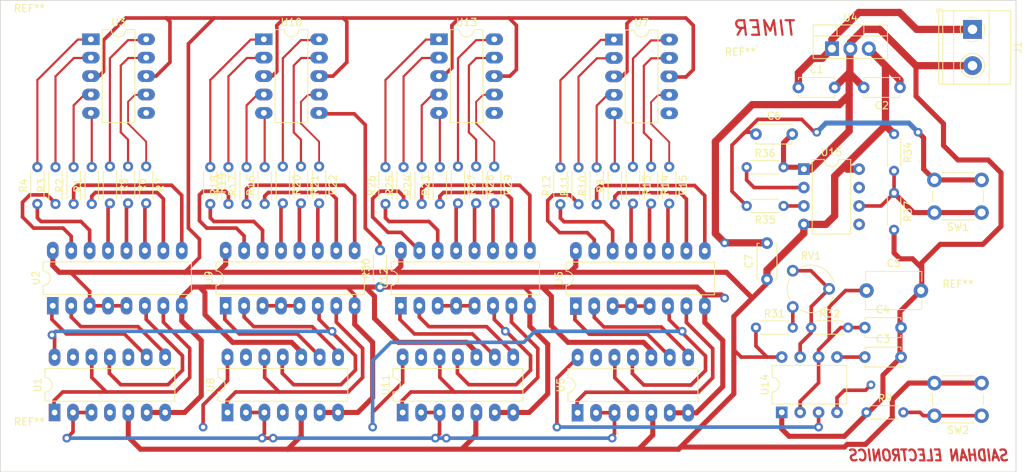
<source format=kicad_pcb>
(kicad_pcb (version 20221018) (generator pcbnew)
  (layers (0 "F.Cu" signal) (31 "B.Cu" signal) (34 "B.Paste" user) (35 "F.Paste" user) (36 "B.SilkS" user "B.Silkscreen") (37 "F.SilkS" user "F.Silkscreen") (38 "B.Mask" user) (39 "F.Mask" user) (44 "Edge.Cuts" user))
  (net 0 "")
  (net 1 "Net-(U3-a)")
  (net 2 "Net-(U2-d)")
  (net 3 "Net-(U3-b)")
  (net 4 "Net-(U2-e)")
  (net 5 "Net-(U3-c)")
  (net 6 "Net-(U2-f)")
  (net 7 "Net-(U2-g)")
  (net 8 "Net-(U3-d)")
  (net 9 "Net-(U2-a)")
  (net 10 "Net-(U3-e)")
  (net 11 "Net-(U2-b)")
  (net 12 "Net-(U3-f)")
  (net 13 "Net-(U2-c)")
  (net 14 "Net-(U3-g)")
  (net 15 "Net-(U1-CP1..3)")
  (net 16 "+5V")
  (net 17 "Net-(U1-Q2)")
  (net 18 "Net-(U1-Q1)")
  (net 19 "GND")
  (net 20 "Net-(J1-Pin_1)")
  (net 21 "/Digit_Section/CLK_OUT")
  (net 22 "/Digit_Section/CLK_IN")
  (net 23 "Net-(U14-CV)")
  (net 24 "Net-(U14-THR)")
  (net 25 "Net-(SW1-B)")
  (net 26 "/Digit_Section/RST")
  (net 27 "Net-(U14-DIS)")
  (net 28 "Net-(SW1-A)")
  (net 29 "Net-(U14-R)")
  (net 30 "CLK")
  (net 31 "Net-(U6-d)")
  (net 32 "Net-(U7-d)")
  (net 33 "Net-(U6-e)")
  (net 34 "Net-(U7-e)")
  (net 35 "Net-(U6-f)")
  (net 36 "Net-(U7-f)")
  (net 37 "Net-(U6-g)")
  (net 38 "Net-(U7-g)")
  (net 39 "Net-(U7-a)")
  (net 40 "Net-(U6-a)")
  (net 41 "Net-(U7-b)")
  (net 42 "Net-(U6-b)")
  (net 43 "Net-(U7-c)")
  (net 44 "Net-(U6-c)")
  (net 45 "Net-(U9-d)")
  (net 46 "Net-(U10-d)")
  (net 47 "Net-(U9-e)")
  (net 48 "Net-(U10-e)")
  (net 49 "Net-(U9-f)")
  (net 50 "Net-(U10-f)")
  (net 51 "Net-(U9-g)")
  (net 52 "Net-(U10-g)")
  (net 53 "Net-(U10-a)")
  (net 54 "Net-(U9-a)")
  (net 55 "Net-(U10-b)")
  (net 56 "Net-(U9-b)")
  (net 57 "Net-(U10-c)")
  (net 58 "Net-(U9-c)")
  (net 59 "Net-(U12-d)")
  (net 60 "Net-(U13-d)")
  (net 61 "Net-(U12-e)")
  (net 62 "Net-(U13-e)")
  (net 63 "Net-(U12-f)")
  (net 64 "Net-(U13-f)")
  (net 65 "Net-(U12-g)")
  (net 66 "Net-(U13-g)")
  (net 67 "Net-(U13-a)")
  (net 68 "Net-(U12-a)")
  (net 69 "Net-(U13-b)")
  (net 70 "Net-(U12-b)")
  (net 71 "Net-(U13-c)")
  (net 72 "Net-(U12-c)")
  (net 73 "Net-(U5-CP1..3)")
  (net 74 "Net-(U5-Q2)")
  (net 75 "Net-(U5-Q1)")
  (net 77 "Net-(U8-CP1..3)")
  (net 78 "Net-(U8-Q2)")
  (net 79 "Net-(U8-Q1)")
  (net 80 "/Digit_Section2/CLK_IN")
  (net 81 "Net-(U11-CP1..3)")
  (net 82 "Net-(U11-Q2)")
  (net 83 "Net-(U11-Q1)")
  (net 84 "/Digit_Section1/DP")
  (net 85 "/Digit_Section/DP")
  (net 86 "/Digit_Section2/DP")
  (net 87 "/Digit_Section3/DP")
  (net 88 "/Digit_Section1/CLK_OUT")
  (net 90 "Net-(R31-Pad2)")
  (footprint "Resistor_THT:R_Axial_DIN0204_L3.6mm_D1.6mm_P5.08mm_Horizontal" (layer "F.Cu") (at 73.602 45.922 90)
    (fp_text reference "R24")
    (fp_text value "1k")
  )
  (footprint "Resistor_THT:R_Axial_DIN0204_L3.6mm_D1.6mm_P5.08mm_Horizontal" (layer "F.Cu") (at 33.122 40.762 -90)
    (fp_text reference "R6")
    (fp_text value "1k")
  )
  (footprint "Button_Switch_THT:SW_PUSH_6mm_H5mm" (layer "F.Cu") (at 150.772 75.112 180)
    (fp_text reference "SW2")
    (fp_text value "Reset")
  )
  (footprint "Resistor_THT:R_Axial_DIN0204_L3.6mm_D1.6mm_P5.08mm_Horizontal" (layer "F.Cu") (at 134.91 74.65)
    (fp_text reference "R9")
    (fp_text value "1k")
  )
  (footprint "Capacitor_THT:C_Disc_D4.7mm_W2.5mm_P5.00mm" (layer "F.Cu") (at 125.522 29.862)
    (fp_text reference "C1")
    (fp_text value "10n")
  )
  (footprint "MountingHole:MountingHole_2.2mm_M2_DIN965" (layer "F.Cu") (at 117.522 27.862)
    (fp_text reference "REF**")
    (fp_text value "MountingHole_2.2mm_M2_DIN965" hide)
  )
  (footprint "Resistor_THT:R_Axial_DIN0204_L3.6mm_D1.6mm_P5.08mm_Horizontal" (layer "F.Cu") (at 81.102 40.762 -90)
    (fp_text reference "R28")
    (fp_text value "1k")
  )
  (footprint "Resistor_THT:R_Axial_DIN0204_L3.6mm_D1.6mm_P5.08mm_Horizontal" (layer "F.Cu") (at 118.39 40.862)
    (fp_text reference "R36")
    (fp_text value "100k")
  )
  (footprint "MountingHole:MountingHole_2.2mm_M2_DIN965" (layer "F.Cu") (at 147.522 59.862)
    (fp_text reference "REF**")
    (fp_text value "MountingHole_2.2mm_M2_DIN965" hide)
  )
  (footprint "Package_DIP:DIP-16_W7.62mm_LongPads" (layer "F.Cu") (at 22.747 59.962 90)
    (fp_text reference "U2")
    (fp_text value "74LS47")
  )
  (footprint "TerminalBlock_Phoenix:TerminalBlock_Phoenix_MKDS-1,5-2_1x02_P5.00mm_Horizontal" (layer "F.Cu") (at 149.522 21.862 -90)
    (fp_text reference "J1")
    (fp_text value "Power")
  )
  (footprint "Resistor_THT:R_Axial_DIN0204_L3.6mm_D1.6mm_P5.08mm_Horizontal" (layer "F.Cu") (at 68.602 45.922 90)
    (fp_text reference "R26")
    (fp_text value "1k")
  )
  (footprint "Resistor_THT:R_Axial_DIN0204_L3.6mm_D1.6mm_P5.08mm_Horizontal" (layer "F.Cu") (at 92.717 45.962 90)
    (fp_text reference "R12")
    (fp_text value "1k")
  )
  (footprint "Package_DIP:DIP-10_W7.62mm_LongPads" (layer "F.Cu") (at 100.097 23.262)
    (fp_text reference "U7")
    (fp_text value "~")
  )
  (footprint "Resistor_THT:R_Axial_DIN0204_L3.6mm_D1.6mm_P5.08mm_Horizontal" (layer "F.Cu") (at 54.457 40.762 -90)
    (fp_text reference "R20")
    (fp_text value "1k")
  )
  (footprint "Package_DIP:DIP-16_W7.62mm_LongPads" (layer "F.Cu") (at 94.842 60.002 90)
    (fp_text reference "U6")
    (fp_text value "74LS47")
  )
  (footprint "Resistor_THT:R_Axial_DIN0204_L3.6mm_D1.6mm_P5.08mm_Horizontal" (layer "F.Cu") (at 44.457 45.922 90)
    (fp_text reference "R19")
    (fp_text value "1k")
  )
  (footprint "Package_DIP:DIP-10_W7.62mm_LongPads" (layer "F.Cu") (at 28.002 23.222)
    (fp_text reference "U3")
    (fp_text value "~")
  )
  (footprint "Resistor_THT:R_Axial_DIN0204_L3.6mm_D1.6mm_P5.08mm_Horizontal" (layer "F.Cu") (at 123.48 46.202 180)
    (fp_text reference "R35")
    (fp_text value "100k")
  )
  (footprint "Resistor_THT:R_Axial_DIN0204_L3.6mm_D1.6mm_P5.08mm_Horizontal" (layer "F.Cu") (at 28.122 45.922 90)
    (fp_text reference "R1")
    (fp_text value "1k")
  )
  (footprint "MountingHole:MountingHole_2.2mm_M2_DIN965" (layer "F.Cu") (at 19.522 78.862)
    (fp_text reference "REF**")
    (fp_text value "MountingHole_2.2mm_M2_DIN965" hide)
  )
  (footprint "Resistor_THT:R_Axial_DIN0204_L3.6mm_D1.6mm_P5.08mm_Horizontal" (layer "F.Cu") (at 67.854 57.378 90)
    (fp_text reference "R30")
    (fp_text value "1k")
  )
  (footprint "Resistor_THT:R_Axial_DIN0204_L3.6mm_D1.6mm_P5.08mm_Horizontal" (layer "F.Cu") (at 97.717 45.962 90)
    (fp_text reference "R10")
    (fp_text value "1k")
  )
  (footprint "Resistor_THT:R_Axial_DIN0204_L3.6mm_D1.6mm_P5.08mm_Horizontal" (layer "F.Cu") (at 119.67 62.966)
    (fp_text reference "R31")
    (fp_text value "100k")
  )
  (footprint "Package_DIP:DIP-14_W7.62mm_LongPads" (layer "F.Cu") (at 70.977 74.667 90)
    (fp_text reference "U11")
    (fp_text value "74LS90")
  )
  (footprint "Resistor_THT:R_Axial_DIN0204_L3.6mm_D1.6mm_P5.08mm_Horizontal" (layer "F.Cu") (at 100.217 45.962 90)
    (fp_text reference "R8")
    (fp_text value "1k")
  )
  (footprint "Package_DIP:DIP-16_W7.62mm_LongPads" (layer "F.Cu") (at 46.582 59.962 90)
    (fp_text reference "U9")
    (fp_text value "74LS47")
  )
  (footprint "Package_DIP:DIP-8_W7.62mm" (layer "F.Cu") (at 123.226 74.65 90)
    (fp_text reference "U14")
    (fp_text value "NA555P")
  )
  (footprint "Capacitor_THT:C_Disc_D4.7mm_W2.5mm_P5.00mm" (layer "F.Cu") (at 121.194 56.322 90)
    (fp_text reference "C7")
    (fp_text value "1u")
  )
  (footprint "Resistor_THT:R_Axial_DIN0204_L3.6mm_D1.6mm_P5.08mm_Horizontal" (layer "F.Cu") (at 76.102 45.922 90)
    (fp_text reference "R23")
    (fp_text value "1k")
  )
  (footprint "Button_Switch_THT:SW_PUSH_6mm_H5mm" (layer "F.Cu") (at 150.772 47.112 180)
    (fp_text reference "SW1")
    (fp_text value "Start/Stop")
  )
  (footprint "Resistor_THT:R_Axial_DIN0204_L3.6mm_D1.6mm_P5.08mm_Horizontal" (layer "F.Cu") (at 20.622 45.922 90)
    (fp_text reference "R4")
    (fp_text value "1k")
  )
  (footprint "Resistor_THT:R_Axial_DIN0204_L3.6mm_D1.6mm_P5.08mm_Horizontal" (layer "F.Cu") (at 46.957 45.922 90)
    (fp_text reference "R18")
    (fp_text value "1k")
  )
  (footprint "Capacitor_THT:C_Disc_D4.7mm_W2.5mm_P5.00mm" (layer "F.Cu") (at 139.522 29.862 180)
    (fp_text reference "C2")
    (fp_text value "10n")
  )
  (footprint "Package_DIP:DIP-10_W7.62mm_LongPads" (layer "F.Cu") (at 75.982 23.222)
    (fp_text reference "U13")
    (fp_text value "~")
  )
  (footprint "Package_DIP:DIP-14_W7.62mm_LongPads" (layer "F.Cu") (at 46.832 74.667 90)
    (fp_text reference "U8")
    (fp_text value "74LS90")
  )
  (footprint "Potentiometer_THT:Potentiometer_Piher_PT-6-V_Vertical" (layer "F.Cu") (at 124.75 60.13)
    (fp_text reference "RV1")
    (fp_text value "R_Potentiometer")
  )
  (footprint "Resistor_THT:R_Axial_DIN0204_L3.6mm_D1.6mm_P5.08mm_Horizontal" (layer "F.Cu") (at 102.717 40.802 -90)
    (fp_text reference "R13")
    (fp_text value "1k")
  )
  (footprint "Capacitor_THT:C_Disc_D4.7mm_W2.5mm_P5.00mm" (layer "F.Cu") (at 134.676 62.966)
    (fp_text reference "C4")
    (fp_text value "47n")
  )
  (footprint "Resistor_THT:R_Axial_DIN0204_L3.6mm_D1.6mm_P5.08mm_Horizontal" (layer "F.Cu") (at 30.622 40.762 -90)
    (fp_text reference "R5")
    (fp_text value "1k")
  )
  (footprint "Resistor_THT:R_Axial_DIN0204_L3.6mm_D1.6mm_P5.08mm_Horizontal" (layer "F.Cu") (at 49.457 45.922 90)
    (fp_text reference "R17")
    (fp_text value "1k")
  )
  (footprint "Package_DIP:DIP-14_W7.62mm_LongPads" (layer "F.Cu") (at 95.092 74.707 90)
    (fp_text reference "U5")
    (fp_text value "74LS90")
  )
  (footprint "Resistor_THT:R_Axial_DIN0204_L3.6mm_D1.6mm_P5.08mm_Horizontal" (layer "F.Cu") (at 107.717 40.802 -90)
    (fp_text reference "R15")
    (fp_text value "1k")
  )
  (footprint "Package_DIP:DIP-14_W7.62mm_LongPads" (layer "F.Cu") (at 22.997 74.667 90)
    (fp_text reference "U1")
    (fp_text value "74LS90")
  )
  (footprint "Capacitor_THT:C_Disc_D4.7mm_W2.5mm_P5.00mm" (layer "F.Cu") (at 119.67 36.296)
    (fp_text reference "C6")
    (fp_text value "470n")
  )
  (footprint "Resistor_THT:R_Axial_DIN0204_L3.6mm_D1.6mm_P5.08mm_Horizontal" (layer "F.Cu") (at 95.217 45.962 90)
    (fp_text reference "R11")
    (fp_text value "1k")
  )
  (footprint "Capacitor_THT:C_Disc_D7.5mm_W5.0mm_P7.50mm" (layer "F.Cu") (at 134.91 57.862)
    (fp_text reference "C5")
    (fp_text value "470n")
  )
  (footprint "Package_DIP:DIP-8_W7.62mm" (layer "F.Cu") (at 126.274 41.122)
    (fp_text reference "U15")
    (fp_text value "NA555P")
  )
  (footprint "Package_DIP:DIP-16_W7.62mm_LongPads" (layer "F.Cu") (at 70.727 59.962 90)
    (fp_text reference "U12")
    (fp_text value "74LS47")
  )
  (footprint "MountingHole:MountingHole_2.2mm_M2_DIN965" (layer "F.Cu") (at 19.522 21.862)
    (fp_text reference "REF**")
    (fp_text value "MountingHole_2.2mm_M2_DIN965" hide)
  )
  (footprint "Package_DIP:DIP-10_W7.62mm_LongPads" (layer "F.Cu") (at 51.837 23.222)
    (fp_text reference "U10")
    (fp_text value "~")
  )
  (footprint "Resistor_THT:R_Axial_DIN0204_L3.6mm_D1.6mm_P5.08mm_Horizontal" (layer "F.Cu") (at 71.102 45.922 90)
    (fp_text reference "R25")
    (fp_text value "1k")
  )
  (footprint "Resistor_THT:R_Axial_DIN0204_L3.6mm_D1.6mm_P5.08mm_Horizontal" (layer "F.Cu") (at 23.122 45.922 90)
    (fp_text reference "R3")
    (fp_text value "1k")
  )
  (footprint "Package_TO_SOT_THT:TO-220-3_Vertical" (layer "F.Cu") (at 130.146 24.518)
    (fp_text reference "U4")
    (fp_text value "L7805")
  )
  (footprint "Resistor_THT:R_Axial_DIN0204_L3.6mm_D1.6mm_P5.08mm_Horizontal" (layer "F.Cu") (at 25.622 45.922 90)
    (fp_text reference "R2")
    (fp_text value "1k")
  )
  (footprint "Resistor_THT:R_Axial_DIN0204_L3.6mm_D1.6mm_P5.08mm_Horizontal" (layer "F.Cu") (at 138.71 44.414 -90)
    (fp_text reference "R37")
    (fp_text value "100k")
  )
  (footprint "Resistor_THT:R_Axial_DIN0204_L3.6mm_D1.6mm_P5.08mm_Horizontal" (layer "F.Cu") (at 56.957 40.762 -90)
    (fp_text reference "R21")
    (fp_text value "1k")
  )
  (footprint "Resistor_THT:R_Axial_DIN0204_L3.6mm_D1.6mm_P5.08mm_Horizontal" (layer "F.Cu") (at 35.622 40.762 -90)
    (fp_text reference "R7")
    (fp_text value "1k")
  )
  (footprint "Capacitor_THT:C_Disc_D4.7mm_W2.5mm_P5.00mm" (layer "F.Cu") (at 134.676 67.03)
    (fp_text reference "C3")
    (fp_text value "10n")
  )
  (footprint "Resistor_THT:R_Axial_DIN0204_L3.6mm_D1.6mm_P5.08mm_Horizontal" (layer "F.Cu") (at 78.602 40.762 -90)
    (fp_text reference "R27")
    (fp_text value "1k")
  )
  (footprint "Resistor_THT:R_Axial_DIN0204_L3.6mm_D1.6mm_P5.08mm_Horizontal" (layer "F.Cu") (at 105.217 40.802 -90)
    (fp_text reference "R14")
    (fp_text value "1k")
  )
  (footprint "Resistor_THT:R_Axial_DIN0204_L3.6mm_D1.6mm_P5.08mm_Horizontal" (layer "F.Cu") (at 51.957 45.922 90)
    (fp_text reference "R16")
    (fp_text value "1k")
  )
  (footprint "Resistor_THT:R_Axial_DIN0204_L3.6mm_D1.6mm_P5.08mm_Horizontal" (layer "F.Cu") (at 138.71 36.286 -90)
    (fp_text reference "R34")
    (fp_text value "100k")
  )
  (footprint "Resistor_THT:R_Axial_DIN0204_L3.6mm_D1.6mm_P5.08mm_Horizontal" (layer "F.Cu") (at 83.602 40.762 -90)
    (fp_text reference "R29")
    (fp_text value "1k")
  )
  (footprint "Resistor_THT:R_Axial_DIN0204_L3.6mm_D1.6mm_P5.08mm_Horizontal" (layer "F.Cu") (at 127.29 62.966)
    (fp_text reference "R32")
    (fp_text value "100k")
  )
  (footprint "Resistor_THT:R_Axial_DIN0204_L3.6mm_D1.6mm_P5.08mm_Horizontal" (layer "F.Cu") (at 59.457 40.762 -90)
    (fp_text reference "R22")
    (fp_text value "1k")
  )
  (gr_line (start 15.522 82.862) (end 15.522 17.862) (stroke (width 0.1)) (layer "Edge.Cuts"))
  (gr_line (start 155.522 82.862) (end 15.522 82.862) (stroke (width 0.1)) (layer "Edge.Cuts"))
  (gr_line (start 15.522 17.862) (end 155.522 17.862) (stroke (width 0.1)) (layer "Edge.Cuts"))
  (gr_line (start 155.522 17.862) (end 155.522 82.862) (stroke (width 0.1)) (layer "Edge.Cuts"))
  (gr_text "SAIDHAN ELECTRONICS" (at 154.722 81.466) (layer "F.Cu") (effects (font (size 1.5 1.3) (thickness 0.3) bold italic) (justify left bottom mirror)))
  (gr_text "TIMER" (at 125.522 22.862) (layer "F.Cu") (effects (font (size 2 2) (thickness 0.3) bold italic) (justify left bottom mirror)))
  (segment (start 33.122 23.342) (end 30.622 25.842) (width 0.3) (layer "F.Cu") (net 1))
  (segment (start 30.622 25.842) (end 30.622 41.342) (width 0.3) (layer "F.Cu") (net 1))
  (segment (start 35.342 23.342) (end 33.122 23.342) (width 0.3) (layer "F.Cu") (net 1))
  (segment (start 35.417 23.267) (end 35.342 23.342) (width 0.3) (layer "F.Cu") (net 1))
  (segment (start 37.987 45.207) (end 37.987 52.342) (width 0.5) (layer "F.Cu") (net 2))
  (segment (start 28.122 44.842) (end 28.622 44.342) (width 0.5) (layer "F.Cu") (net 2))
  (segment (start 28.122 45.922) (end 28.122 44.842) (width 0.5) (layer "F.Cu") (net 2))
  (segment (start 37.122 44.342) (end 37.987 45.207) (width 0.5) (layer "F.Cu") (net 2))
  (segment (start 28.622 44.342) (end 37.122 44.342) (width 0.5) (layer "F.Cu") (net 2))
  (segment (start 33.157 25.807) (end 32.122 26.842) (width 0.3) (layer "F.Cu") (net 3))
  (segment (start 33.122 37.06044) (end 33.122 40.762) (width 0.3) (layer "F.Cu") (net 3))
  (segment (start 35.417 25.807) (end 33.157 25.807) (width 0.3) (layer "F.Cu") (net 3))
  (segment (start 32.122 36.06044) (end 33.122 37.06044) (width 0.3) (layer "F.Cu") (net 3))
  (segment (start 32.122 26.842) (end 32.122 36.06044) (width 0.3) (layer "F.Cu") (net 3))
  (segment (start 40.527 44.747) (end 40.527 52.342) (width 0.5) (layer "F.Cu") (net 4))
  (segment (start 25.622 43.842) (end 26.122 43.342) (width 0.5) (layer "F.Cu") (net 4))
  (segment (start 25.622 45.922) (end 25.622 43.842) (width 0.5) (layer "F.Cu") (net 4))
  (segment (start 39.122 43.342) (end 40.527 44.747) (width 0.5) (layer "F.Cu") (net 4))
  (segment (start 26.122 43.342) (end 39.122 43.342) (width 0.5) (layer "F.Cu") (net 4))
  (segment (start 35.622 37.342) (end 35.622 40.262) (width 0.25) (layer "F.Cu") (net 5))
  (segment (start 35.417 30.887) (end 34.077 30.887) (width 0.25) (layer "F.Cu") (net 5))
  (segment (start 34.077 30.887) (end 33.122 31.842) (width 0.25) (layer "F.Cu") (net 5))
  (segment (start 33.122 31.842) (end 33.122 34.842) (width 0.25) (layer "F.Cu") (net 5))
  (segment (start 35.622 40.262) (end 36.122 40.762) (width 0.25) (layer "F.Cu") (net 5))
  (segment (start 33.122 34.842) (end 35.622 37.342) (width 0.25) (layer "F.Cu") (net 5))
  (segment (start 23.122 45.842) (end 21.958 44.678) (width 0.5) (layer "F.Cu") (net 6))
  (segment (start 18.578 47.726) (end 20.102 49.25) (width 0.5) (layer "F.Cu") (net 6))
  (segment (start 19.594 44.678) (end 18.578 45.694) (width 0.5) (layer "F.Cu") (net 6))
  (segment (start 20.102 49.25) (end 24.166 49.25) (width 0.5) (layer "F.Cu") (net 6))
  (segment (start 21.958 44.678) (end 19.594 44.678) (width 0.5) (layer "F.Cu") (net 6))
  (segment (start 18.578 45.694) (end 18.578 47.726) (width 0.5) (layer "F.Cu") (net 6))
  (segment (start 25.287 50.371) (end 25.287 52.342) (width 0.5) (layer "F.Cu") (net 6))
  (segment (start 24.166 49.25) (end 25.287 50.371) (width 0.5) (layer "F.Cu") (net 6))
  (segment (start 21.122 48.342) (end 26.622 48.342) (width 0.5) (layer "F.Cu") (net 7))
  (segment (start 26.622 48.342) (end 27.827 49.547) (width 0.5) (layer "F.Cu") (net 7))
  (segment (start 20.622 47.842) (end 21.122 48.342) (width 0.5) (layer "F.Cu") (net 7))
  (segment (start 20.622 45.842) (end 20.622 47.842) (width 0.5) (layer "F.Cu") (net 7))
  (segment (start 27.827 49.547) (end 27.827 52.342) (width 0.5) (layer "F.Cu") (net 7))
  (segment (start 28.122 33.752) (end 28.122 40.842) (width 0.3) (layer "F.Cu") (net 8))
  (segment (start 27.797 33.427) (end 28.122 33.752) (width 0.3) (layer "F.Cu") (net 8))
  (segment (start 30.367 46.097) (end 30.622 45.842) (width 0.5) (layer "F.Cu") (net 9))
  (segment (start 30.367 52.342) (end 30.367 46.097) (width 0.5) (layer "F.Cu") (net 9))
  (segment (start 27.077 30.887) (end 25.622 32.342) (width 0.3) (layer "F.Cu") (net 10))
  (segment (start 25.622 32.342) (end 25.622 41.342) (width 0.3) (layer "F.Cu") (net 10))
  (segment (start 27.797 30.887) (end 27.077 30.887) (width 0.3) (layer "F.Cu") (net 10))
  (segment (start 32.907 46.057) (end 33.122 45.842) (width 0.5) (layer "F.Cu") (net 11))
  (segment (start 32.907 52.342) (end 32.907 46.057) (width 0.5) (layer "F.Cu") (net 11))
  (segment (start 25.657 25.807) (end 23.122 28.342) (width 0.3) (layer "F.Cu") (net 12))
  (segment (start 27.797 25.807) (end 25.657 25.807) (width 0.3) (layer "F.Cu") (net 12))
  (segment (start 23.122 28.342) (end 23.122 40.762) (width 0.3) (layer "F.Cu") (net 12))
  (segment (start 35.447 46.057) (end 35.622 45.882) (width 0.5) (layer "F.Cu") (net 13))
  (segment (start 35.447 52.342) (end 35.447 46.057) (width 0.5) (layer "F.Cu") (net 13))
  (segment (start 20.622 28.842) (end 20.622 40.762) (width 0.3) (layer "F.Cu") (net 14))
  (segment (start 27.797 23.267) (end 26.197 23.267) (width 0.3) (layer "F.Cu") (net 14))
  (segment (start 26.197 23.267) (end 20.622 28.842) (width 0.3) (layer "F.Cu") (net 14))
  (segment (start 24.122 71.842) (end 30.122 71.842) (width 0.5) (layer "F.Cu") (net 15))
  (segment (start 41.622 69.842) (end 39.622 71.842) (width 0.5) (layer "F.Cu") (net 15))
  (segment (start 41.622 65.842) (end 41.622 69.842) (width 0.5) (layer "F.Cu") (net 15))
  (segment (start 28.122 69.842) (end 28.122 67.842) (width 0.5) (layer "F.Cu") (net 15))
  (segment (start 22.922 73.042) (end 24.122 71.842) (width 0.5) (layer "F.Cu") (net 15))
  (segment (start 30.122 71.842) (end 29.122 70.842) (width 0.5) (layer "F.Cu") (net 15))
  (segment (start 39.622 71.842) (end 30.122 71.842) (width 0.5) (layer "F.Cu") (net 15))
  (segment (start 28.122 67.842) (end 28.002 67.722) (width 0.5) (layer "F.Cu") (net 15))
  (segment (start 29.122 70.842) (end 28.122 69.842) (width 0.5) (layer "F.Cu") (net 15))
  (segment (start 22.922 75.342) (end 22.922 73.042) (width 0.5) (layer "F.Cu") (net 15))
  (segment (start 37.987 59.962) (end 37.987 62.207) (width 0.5) (layer "F.Cu") (net 15))
  (segment (start 37.987 62.207) (end 41.622 65.842) (width 0.5) (layer "F.Cu") (net 15))
  (segment (start 137.522 35.098) (end 133.894 38.726) (width 1) (layer "F.Cu") (net 16))
  (segment (start 132.262 40.358) (end 133.894 38.726) (width 1) (layer "F.Cu") (net 16))
  (segment (start 138.466 75.37) (end 138.466 72.882233) (width 0.7) (layer "F.Cu") (net 16))
  (segment (start 46.582 52.342) (end 46.582 54.266) (width 0.7) (layer "F.Cu") (net 16))
  (segment (start 119.162 58.902) (end 115.606 55.346) (width 0.7) (layer "F.Cu") (net 16))
  (segment (start 132.262 41.122) (end 133.894 41.122) (width 1) (layer "F.Cu") (net 16))
  (segment (start 139.522 28.862) (end 139.522 29.862) (width 1) (layer "F.Cu") (net 16))
  (segment (start 42.962 53.314) (end 40.93 55.346) (width 0.5) (layer "F.Cu") (net 16))
  (segment (start 140.736233 70.612) (end 144.272 70.612) (width 0.7) (layer "F.Cu") (net 16))
  (segment (start 137.522 26.862) (end 139.522 28.862) (width 1) (layer "F.Cu") (net 16))
  (segment (start 131.872425 79.434) (end 132.244818 79.061607) (width 0.7) (layer "F.Cu") (net 16))
  (segment (start 28.002 28.302) (end 29.112 28.302) (width 0.5) (layer "F.Cu") (net 16))
  (segment (start 138.466 72.882233) (end 140.736233 70.612) (width 0.7) (layer "F.Cu") (net 16))
  (segment (start 41.438 23.85) (end 41.438 49.25) (width 0.5) (layer "F.Cu") (net 16))
  (segment (start 86.65 21.31) (end 86.65 27.406) (width 0.5) (layer "F.Cu") (net 16))
  (segment (start 81.062 74.5615) (end 81.062 77.7865) (width 0.7) (layer "F.Cu") (net 16))
  (segment (start 110.018 20.294) (end 111.034 21.31) (width 0.5) (layer "F.Cu") (net 16))
  (segment (start 110.018 28.422) (end 107.797 28.422) (width 0.5) (layer "F.Cu") (net 16))
  (segment (start 86.65 27.406) (end 85.754 28.302) (width 0.5) (layer "F.Cu") (net 16))
  (segment (start 56.742 59.0095) (end 56.742 59.962) (width 0.5) (layer "F.Cu") (net 16))
  (segment (start 101.89 21.056) (end 102.652 20.294) (width 0.5) (layer "F.Cu") (net 16))
  (segment (start 23.658 55.346) (end 25.182 55.346) (width 0.7) (layer "F.Cu") (net 16))
  (segment (start 75.982 28.302) (end 76.61 28.302) (width 0.5) (layer "F.Cu") (net 16))
  (segment (start 51.662 59.962) (end 54.202 59.962) (width 0.5) (layer "F.Cu") (net 16))
  (segment (start 116.622 61.442) (end 119.162 58.902) (width 0.7) (layer "F.Cu") (net 16))
  (segment (start 121.194 67.03) (end 123.226 67.03) (width 0.5) (layer "F.Cu") (net 16))
  (segment (start 135.226 24.566) (end 137.522 26.862) (width 1) (layer "F.Cu") (net 16))
  (segment (start 134.774393 79.061607) (end 138.466 75.37) (width 0.7) (layer "F.Cu") (net 16))
  (segment (start 78.347 59.962) (end 80.887 59.962) (width 0.5) (layer "F.Cu") (net 16))
  (segment (start 76.61 28.302) (end 77.76 27.152) (width 0.5) (layer "F.Cu") (net 16))
  (segment (start 53.63 21.31) (end 54.646 20.294) (width 0.5) (layer "F.Cu") (net 16))
  (segment (start 121.194 55.05) (end 121.194 56.322) (width 1) (layer "F.Cu") (net 16))
  (segment (start 132.244818 79.061607) (end 134.774393 79.061607) (width 0.7) (layer "F.Cu") (net 16))
  (segment (start 129.322 48.742) (end 130.522 47.542) (width 1) (layer "F.Cu") (net 16))
  (segment (start 75.807 59.962) (end 78.347 59.962) (width 0.5) (layer "F.Cu") (net 16))
  (segment (start 63.282 26.39) (end 63.282 20.802) (width 0.5) (layer "F.Cu") (net 16))
  (segment (start 126.274 48.742) (end 129.322 48.742) (width 1) (layer "F.Cu") (net 16))
  (segment (start 70.727 54.505) (end 69.886 55.346) (width 0.7) (layer "F.Cu") (net 16))
  (segment (start 102.462 60.002) (end 105.002 60.002) (width 0.5) (layer "F.Cu") (net 16))
  (segment (start 102.652 20.294) (end 110.018 20.294) (width 0.5) (layer "F.Cu") (net 16))
  (segment (start 119.67 65.506) (end 121.194 67.03) (width 0.5) (layer "F.Cu") (net 16))
  (segment (start 51.837 28.302) (end 52.988 28.302) (width 0.5) (layer "F.Cu") (net 16))
  (segment (start 109.298 79.434) (end 131.872425 79.434) (width 0.7) (layer "F.Cu") (net 16))
  (segment (start 56.992 74.667) (end 56.992 77.892) (width 0.7) (layer "F.Cu") (net 16))
  (segment (start 117.638 67.03) (end 116.622 66.014) (width 0.5) (layer "F.Cu") (net 16))
  (segment (start 29.754 23.342) (end 32.802 20.294) (width 0.5) (layer "F.Cu") (net 16))
  (segment (start 62.774 20.294) (end 102.652 20.294) (width 0.5) (layer "F.Cu") (net 16))
  (segment (start 109.002 79.73) (end 109.298 79.434) (width 0.7) (layer "F.Cu") (net 16))
  (segment (start 22.747 52.342) (end 22.747 54.435) (width 0.7) (layer "F.Cu") (net 16))
  (segment (start 121.194 56.87) (end 121.194 56.576) (width 0.7) (layer "F.Cu") (net 16))
  (segment (start 34.834 79.73) (end 55.154 79.73) (width 0.7) (layer "F.Cu") (net 16))
  (segment (start 32.907 59.0095) (end 32.907 59.962) (width 0.5) (layer "F.Cu") (net 16))
  (segment (start 135.226 24.518) (end 135.226 24.566) (width 1) (layer "F.Cu") (net 16))
  (segment (start 25.182 55.346) (end 40.93 55.346) (width 0.7) (layer "F.Cu") (net 16))
  (segment (start 132.262 41.122) (end 132.262 40.358) (width 1) (layer "F.Cu") (net 16))
  (segment (start 116.622 66.014) (end 116.622 67.538) (width 0.5) (layer "F.Cu") (net 16))
  (segment (start 94.016 55.346) (end 94.842 54.52) (width 0.7) (layer "F.Cu") (net 16))
  (segment (start 115.606 55.346) (end 115.352 55.346) (width 0.7) (layer "F.Cu") (net 16))
  (segment (start 29.112 28.302) (end 29.754 27.66) (width 0.5) (layer "F.Cu") (net 16))
  (segment (start 130.522 47.542) (end 130.522 42.098) (width 1) (layer "F.Cu") (net 16))
  (segment (start 69.886 55.346) (end 94.016 55.346) (width 0.7) (layer "F.Cu") (net 16))
  (segment (start 119.162 58.902) (end 121.194 56.87) (width 0.7) (layer "F.Cu") (net 16))
  (segment (start 77.76 21.31) (end 78.776 20.294) (width 0.5) (layer "F.Cu") (net 16))
  (segment (start 109.002 79.73) (end 116.622 72.11) (width 0.7) (layer "F.Cu") (net 16))
  (segment (start 85.754 28.302) (end 83.602 28.302) (width 0.5) (layer "F.Cu") (net 16))
  (segment (start 63.282 20.802) (end 62.774 20.294) (width 0.5) (layer "F.Cu") (net 16))
  (segment (start 94.842 54.52) (end 94.842 52.382) (width 0.7) (layer "F.Cu") (net 16))
  (segment (start 137.522 34.862) (end 137.522 35.098) (width 1) (layer "F.Cu") (net 16))
  (segment (start 55.154 79.73) (end 109.002 79.73) (width 0.7) (layer "F.Cu") (net 16))
  (segment (start 36.986 28.302) (end 38.898 26.39) (width 0.5) (layer "F.Cu") (net 16))
  (segment (start 42.962 50.774) (end 42.962 53.314) (width 0.5) (layer "F.Cu") (net 16))
  (segment (start 101.89 27.66) (end 101.89 21.056) (width 0.5) (layer "F.Cu") (net 16))
  (segment (start 144.272 70.612) (end 150.772 70.612) (width 0.7) (layer "F.Cu") (net 16))
  (segment (start 111.034 21.31) (end 111.034 27.406) (width 0.5) (layer "F.Cu") (net 16))
  (segment (start 54.646 20.294) (end 56.17 20.294) (width 0.5) (layer "F.Cu") (net 16))
  (segment (start 130.522 42.098) (end 132.59 40.03) (width 1) (layer "F.Cu") (net 16))
  (segment (start 59.457 28.302) (end 61.37 28.302) (width 0.5) (layer "F.Cu") (net 16))
  (segment (start 126.274 49.97) (end 121.194 55.05) (width 1) (layer "F.Cu") (net 16))
  (segment (start 38.39 20.294) (end 44.994 20.294) (width 0.5) (layer "F.Cu") (net 16))
  (segment (start 54.202 59.962) (end 56.742 59.962) (width 0.5) (layer "F.Cu") (net 16))
  (segment (start 77.76 27.152) (end 77.76 21.31) (width 0.5) (layer "F.Cu") (net 16))
  (segment (start 107.797 28.422) (end 107.717 28.342) (width 0.5) (layer "F.Cu") (net 16))
  (segment (start 111.034 27.406) (end 110.018 28.422) (width 0.5) (layer "F.Cu") (net 16))
  (segment (start 38.898 26.39) (end 38.898 20.802) (width 0.5) (layer "F.Cu") (net 16))
  (segment (start 38.898 20.802) (end 38.39 20.294) (width 0.5) (layer "F.Cu") (net 16))
  (segment (start 119.67 62.966) (end 119.67 65.506) (width 0.5) (layer "F.Cu") (net 16))
  (segment (start 40.93 55.346) (end 45.502 55.346) (width 0.7) (layer "F.Cu") (net 16))
  (segment (start 80.887 59.0095) (end 80.887 59.962) (width 0.5) (layer "F.Cu") (net 16))
  (segment (start 30.367 59.962) (end 32.907 59.962) (width 0.5) (layer "F.Cu") (net 16))
  (segment (start 29.754 27.66) (end 29.754 23.342) (width 0.5) (layer "F.Cu") (net 16))
  (segment (start 61.37 28.302) (end 63.282 26.39) (width 0.5) (layer "F.Cu") (net 16))
  (segment (start 105.446 77.7865) (end 103.608 79.6245) (width 0.7) (layer "F.Cu") (net 16))
  (segment (start 116.622 72.11) (end 116.622 67.538) (width 0.7) (layer "F.Cu") (net 16))
  (segment (start 27.827 59.962) (end 30.367 59.962) (width 0.5) (layer "F.Cu") (net 16))
  (segment (start 46.582 54.266) (end 45.502 55.346) (width 0.7) (layer "F.Cu") (net 16))
  (segment (start 99.922 60.002) (end 102.462 60.002) (width 0.5) (layer "F.Cu") (net 16))
  (segment (start 53.63 27.66) (end 53.63 21.31) (width 0.5) (layer "F.Cu") (net 16))
  (segment (start 33.157 74.667) (end 33.157 78.053) (width 0.7) (layer "F.Cu") (net 16))
  (segment (start 33.157 78.053) (end 34.834 79.73) (width 0.7) (layer "F.Cu") (net 16))
  (segment (start 52.988 28.302) (end 53.63 27.66) (width 0.5) (layer "F.Cu") (net 16))
  (segment (start 81.062 77.7865) (end 79.224 79.6245) (width 0.7) (layer "F.Cu") (net 16))
  (segment (start 44.994 20.294) (end 41.438 23.85) (width 0.5) (layer "F.Cu") (net 16))
  (segment (start 100.097 28.342) (end 101.208 28.342) (width 0.5) (layer "F.Cu") (net 16))
  (segment (start 105.002 59.0495) (end 105.002 60.002) (width 0.5) (layer "F.Cu") (net 16))
  (segment (start 27.827 57.991) (end 25.182 55.346) (width 0.5) (layer "F.Cu") (net 16))
  (segment (start 45.502 55.346) (end 69.886 55.346) (width 0.7) (layer "F.Cu") (net 16))
  (segment (start 27.827 59.962) (end 27.827 57.991) (width 0.5) (layer "F.Cu") (net 16))
  (segment (start 32.802 20.294) (end 38.39 20.294) (width 0.5) (layer "F.Cu") (net 16))
  (segment (start 126.274 48.742) (end 126.274 49.97) (width 1) (layer "F.Cu") (net 16))
  (segment (start 22.747 54.435) (end 23.658 55.346) (width 0.7) (layer "F.Cu") (net 16))
  (segment (start 121.194 67.03) (end 117.638 67.03) (width 0.5) (layer "F.Cu") (net 16))
  (segment (start 137.522 26.862) (end 137.522 35.098) (width 1) (layer "F.Cu") (net 16))
  (segment (start 35.622 28.302) (end 36.986 28.302) (width 0.5) (layer "F.Cu") (net 16))
  (segment (start 41.438 49.25) (end 42.962 50.774) (width 0.5) (layer "F.Cu") (net 16))
  (segment (start 105.446 74.5615) (end 105.446 77.7865) (width 0.7) (layer "F.Cu") (net 16))
  (segment (start 85.634 20.294) (end 86.65 21.31) (width 0.5) (layer "F.Cu") (net 16))
  (segment (start 70.727 52.342) (end 70.727 54.505) (width 0.7) (layer "F.Cu") (net 16))
  (segment (start 137.522 35.098) (end 138.71 36.286) (width 1) (layer "F.Cu") (net 16))
  (segment (start 116.622 67.538) (end 116.622 61.442) (width 0.7) (layer "F.Cu") (net 16))
  (segment (start 115.352 55.346) (end 94.016 55.346) (width 0.7) (layer "F.Cu") (net 16))
  (segment (start 101.208 28.342) (end 101.89 27.66) (width 0.5) (layer "F.Cu") (net 16))
  (segment (start 56.992 77.892) (end 55.154 79.73) (width 0.7) (layer "F.Cu") (net 16))
  (segment (start 44.994 20.294) (end 62.774 20.294) (width 0.5) (layer "F.Cu") (net 16))
  (segment (start 38.162 66.502) (end 38.162 67.722) (width 0.5) (layer "F.Cu") (net 17))
  (segment (start 25.287 59.962) (end 25.287 61.507) (width 0.5) (layer "F.Cu") (net 17))
  (segment (start 25.292 60.012) (end 25.237 60.012) (width 0.5) (layer "F.Cu") (net 17))
  (segment (start 25.237 60.012) (end 25.287 59.962) (width 0.5) (layer "F.Cu") (net 17))
  (segment (start 26.622 62.842) (end 34.502 62.842) (width 0.5) (layer "F.Cu") (net 17))
  (segment (start 34.502 62.842) (end 38.162 66.502) (width 0.5) (layer "F.Cu") (net 17))
  (segment (start 25.287 61.507) (end 26.622 62.842) (width 0.5) (layer "F.Cu") (net 17))
  (segment (start 35.622 66.842) (end 32.622 63.842) (width 0.5) (layer "F.Cu") (net 18))
  (segment (start 35.622 67.722) (end 35.622 66.842) (width 0.5) (layer "F.Cu") (net 18))
  (segment (start 22.792 60.012) (end 22.697 60.012) (width 0.5) (layer "F.Cu") (net 18))
  (segment (start 24.622 63.842) (end 22.622 61.842) (width 0.5) (layer "F.Cu") (net 18))
  (segment (start 22.622 61.842) (end 22.622 60.087) (width 0.5) (layer "F.Cu") (net 18))
  (segment (start 22.697 60.012) (end 22.747 59.962) (width 0.5) (layer "F.Cu") (net 18))
  (segment (start 22.622 60.087) (end 22.747 59.962) (width 0.5) (layer "F.Cu") (net 18))
  (segment (start 32.622 63.842) (end 24.622 63.842) (width 0.5) (layer "F.Cu") (net 18))
  (segment (start 112.622 60.002) (end 112.622 58.458) (width 0.7) (layer "F.Cu") (net 19))
  (segment (start 66.838 72.618) (end 66.838 64.998) (width 0.7) (layer "F.Cu") (net 19))
  (segment (start 40.913 74.667) (end 38.237 74.667) (width 0.7) (layer "F.Cu") (net 19))
  (segment (start 79.792 64.998) (end 70.394 64.998) (width 0.7) (layer "F.Cu") (net 19))
  (segment (start 91.476 58.648) (end 90.206 57.378) (width 0.7) (layer "F.Cu") (net 19))
  (segment (start 153.452 48.996) (end 153.452 41.63) (width 0.7) (layer "F.Cu") (net 19))
  (segment (start 110.332 74.707) (end 111.485 74.707) (width 0.7) (layer "F.Cu") (net 19))
  (segment (start 119.162 32.232) (end 131.152 32.232) (width 1) (layer "F.Cu") (net 19))
  (segment (start 40.527 58.797) (end 40.527 59.962) (width 0.7) (layer "F.Cu") (net 19))
  (segment (start 130.522 29.862) (end 132.522 27.862) (width 1) (layer "F.Cu") (net 19))
  (segment (start 137.176 72.638) (end 131.862 77.952) (width 0.7) (layer "F.Cu") (net 19))
  (segment (start 64.362 61.747) (end 64.362 59.962) (width 0.5) (layer "F.Cu") (net 19))
  (segment (start 64.362 59.962) (end 64.362 58.458) (width 0.5) (layer "F.Cu") (net 19))
  (segment (start 139.522 66.876) (end 139.676 67.03) (width 0.7) (layer "F.Cu") (net 19))
  (segment (start 90.968 72.11) (end 90.968 65.252) (width 0.7) (layer "F.Cu") (net 19))
  (segment (start 132.624 27.862) (end 132.522 27.964) (width 1) (layer "F.Cu") (net 19))
  (segment (start 43.724 61.188) (end 43.724 58.14) (width 0.7) (layer "F.Cu") (net 19))
  (segment (start 43.216 72.364) (end 40.913 74.667) (width 0.7) (layer "F.Cu") (net 19))
  (segment (start 132.686 24.518) (end 132.624 24.58) (width 1) (layer "F.Cu") (net 19))
  (segment (start 42.962 57.378) (end 41.946 57.378) (width 0.7) (layer "F.Cu") (net 19))
  (segment (start 126.014 40.862) (end 126.274 41.122) (width 0.7) (layer "F.Cu") (net 19))
  (segment (start 91.476 62.712) (end 91.476 58.648) (width 0.7) (layer "F.Cu") (net 19))
  (segment (start 132.522 35.862) (end 127.262 41.122) (width 1) (layer "F.Cu") (net 19))
  (segment (start 41.946 57.378) (end 40.527 58.797) (width 0.7) (layer "F.Cu") (net 19))
  (segment (start 130.522 29.974) (end 130.41 29.862) (width 1) (layer "F.Cu") (net 19))
  (segment (start 66.838 64.998) (end 64.362 62.522) (width 0.7) (layer "F.Cu") (net 19))
  (segment (start 123.47 40.862) (end 126.014 40.862) (width 0.7) (layer "F.Cu") (net 19))
  (segment (start 132.624 27.964) (end 132.624 27.862) (width 1) (layer "F.Cu") (net 19))
  (segment (start 114.082 37.312) (end 119.162 32.232) (width 1) (layer "F.Cu") (net 19))
  (segment (start 70.394 64.998) (end 67.092 61.696) (width 0.7) (layer "F.Cu") (net 19))
  (segment (start 145.522 37.862) (end 145.522 34.862) (width 0.7) (layer "F.Cu") (net 19))
  (segment (start 43.724 58.14) (end 42.962 57.378) (width 0.7) (layer "F.Cu") (net 19))
  (segment (start 88.507 58.219) (end 87.666 57.378) (width 0.5) (layer "F.Cu") (net 19))
  (segment (start 40.913 74.667) (end 40.947 74.667) (width 0.7) (layer "F.Cu") (net 19))
  (segment (start 43.216 64.744) (end 43.216 72.364) (width 0.7) (layer "F.Cu") (net 19))
  (segment (start 64.362 58.458) (end 63.282 57.378) (width 0.5) (layer "F.Cu") (net 19))
  (segment (start 137.176 69.53) (end 137.176 72.638) (width 0.7) (layer "F.Cu") (net 19))
  (segment (start 104.176 64.998) (end 93.762 64.998) (width 0.7) (layer "F.Cu") (net 19))
  (segment (start 142.53 54.756) (end 142.53 57.742) (width 0.7) (layer "F.Cu") (net 19))
  (segment (start 65.822 57.378) (end 63.282 57.378) (width 0.7) (layer "F.Cu") (net 19))
  (segment (start 64.789 74.667) (end 66.838 72.618) (width 0.7) (layer "F.Cu") (net 19))
  (segment (start 64.362 62.522) (end 64.362 59.962) (width 0.7) (layer "F.Cu") (net 19))
  (segment (start 107.792 74.707) (end 110.332 74.707) (width 0.7) (layer "F.Cu") (net 19))
  (segment (start 142.53 54.034) (end 145.07 51.494) (width 0.7) (layer "F.Cu") (net 19))
  (segment (start 139.522 60.75) (end 139.522 66.876) (width 0.7) (layer "F.Cu") (net 19))
  (segment (start 55.662 64.998) (end 47.534 64.998) (width 0.7) (layer "F.Cu") (net 19))
  (segment (start 47.534 64.998) (end 43.724 61.188) (width 0.7) (layer "F.Cu") (net 19))
  (segment (start 105.252 66.074) (end 104.176 64.998) (width 0.7) (layer "F.Cu") (net 19))
  (segment (start 123.47 40.862) (end 123.47 37.496) (width 0.7) (layer "F.Cu") (net 19))
  (segment (start 40.527 62.055) (end 43.216 64.744) (width 0.7) (layer "F.Cu") (net 19))
  (segment (start 136.732 21.862) (end 134.522 21.862) (width 1) (layer "F.Cu") (net 19))
  (segment (start 88.507 62.791) (end 88.507 59.962) (width 0.7) (layer "F.Cu") (net 19))
  (segment (start 93.762 64.998) (end 91.476 62.712) (width 0.7) (layer "F.Cu") (net 19))
  (segment (start 56.992 67.047) (end 56.992 66.328) (width 0.7) (layer "F.Cu") (net 19))
  (segment (start 132.522 35.862) (end 132.522 30.862) (width 1) (layer "F.Cu") (net 19))
  (segment (start 81.137 67.047) (end 81.137 66.343) (width 0.7) (layer "F.Cu") (net 19))
  (segment (start 127.262 41.122) (end 126.274 41.122) (width 1) (layer "F.Cu") (net 19))
  (segment (start 132.522 27.862) (end 132.624 27.862) (width 1) (layer "F.Cu") (net 19))
  (segment (start 141.26 53.486) (end 142.53 54.756) (width 0.7) (layer "F.Cu") (net 19))
  (segment (start 134.522 29.862) (end 132.624 27.964) (width 1) (layer "F.Cu") (net 19))
  (segment (start 90.968 65.252) (end 88.507 62.791) (width 0.7) (layer "F.Cu") (net 19))
  (segment (start 153.452 41.63) (end 151.684 39.862) (width 0.7) (layer "F.Cu") (net 19))
  (segment (start 59.532 74.667) (end 62.072 74.667) (width 0.7) (layer "F.Cu") (net 19))
  (segment (start 139.522 53.486) (end 141.26 53.486) (width 0.7) (layer "F.Cu") (net 19))
  (segment (start 111.485 74.707) (end 115.098 71.094) (width 0.7) (layer "F.Cu") (net 19))
  (segment (start 88.507 59.962) (end 88.507 58.219) (width 0.5) (layer "F.Cu") (net 19))
  (segment (start 145.522 34.862) (end 141.732 31.072) (width 0.7) (layer "F.Cu") (net 19))
  (segment (start 67.092 61.696) (end 67.092 58.648) (width 0.7) (layer "F.Cu") (net 19))
  (segment (start 151.684 39.862) (end 147.522 39.862) (width 0.7) (layer "F.Cu") (net 19))
  (segment (start 132.686 23.698) (end 132.686 24.518) (width 1) (layer "F.Cu") (net 19))
  (segment (start 112.622 58.458) (end 111.542 57.378) (width 0.7) (layer "F.Cu") (net 19))
  (segment (start 150.954 51.494) (end 153.452 48.996) (width 0.7) (layer "F.Cu") (net 19))
  (segment (start 132.522 30.862) (end 132.522 27.862) (width 1) (layer "F.Cu") (net 19))
  (segment (start 132.624 24.58) (end 132.624 27.406) (width 1) (layer "F.Cu") (net 19))
  (segment (start 63.282 57.378) (end 42.962 57.378) (width 0.7) (layer "F.Cu") (net 19))
  (segment (start 141.732 31.072) (end 141.732 26.862) (width 0.7) (layer "F.Cu") (net 19))
  (segment (start 132.624 27.406) (end 132.624 27.862) (width 1) (layer "F.Cu") (net 19))
  (segment (start 142.41 57.862) (end 139.522 60.75) (width 0.7) (layer "F.Cu") (net 19))
  (segment (start 115.352 51.282) (end 114.082 50.012) (width 1) (layer "F.Cu") (net 19))
  (segment (start 114.082 50.012) (end 114.082 37.312) (width 1) (layer "F.Cu") (net 19))
  (segment (start 112.622 62.268) (end 112.622 60.002) (width 0.7) (layer "F.Cu") (net 19))
  (segment (start 35.697 74.667) (end 38.237 74.667) (width 0.7) (layer "F.Cu") (net 19))
  (segment (start 123.47 37.496) (end 124.67 36.296) (width 0.7) (layer "F.Cu") (net 19))
  (segment (start 40.527 59.962) (end 40.527 62.055) (width 0.7) (layer "F.Cu") (net 19))
  (segment (start 90.206 57.378) (end 87.666 57.378) (width 0.7) (layer "F.Cu") (net 19))
  (segment (start 111.542 57.378) (end 90.206 57.378) (width 0.7) (layer "F.Cu") (net 19))
  (segment (start 62.072 74.667) (end 64.789 74.667) (width 0.7) (layer "F.Cu") (net 19))
  (segment (start 112.622 58.458) (end 114.908 58.458) (width 0.7) (layer "F.Cu") (net 19))
  (segment (start 147.522 39.862) (end 145.522 37.862) (width 0.7) (layer "F.Cu") (net 19))
  (segment (start 131.152 32.232) (end 132.522 30.862) (width 1) (layer "F.Cu") (net 19))
  (segment (start 124.242 77.952) (end 123.226 76.936) (width 0.7) (layer "F.Cu") (net 19))
  (segment (start 81.137 66.343) (end 79.792 64.998) (width 0.7) (layer "F.Cu") (net 19))
  (segment (start 105.252 67.087) (end 105.252 66.074) (width 0.7) (layer "F.Cu") (net 19))
  (segment (start 141.732 26.862) (end 136.732 21.862) (width 1) (layer "F.Cu") (net 19))
  (segment (start 56.992 66.328) (end 55.662 64.998) (width 0.7) (layer "F.Cu") (net 19))
  (segment (start 115.098 64.744) (end 112.622 62.268) (width 0.7) (layer "F.Cu") (net 19))
  (segment (start 139.676 67.03) (end 137.176 69.53) (width 0.7) (layer "F.Cu") (net 19))
  (segment (start 115.098 71.094) (end 115.098 64.744) (width 0.7) (layer "F.Cu") (net 19))
  (segment (start 131.862 77.952) (end 124.242 77.952) (width 0.7) (layer "F.Cu") (net 19))
  (segment (start 115.352 51.282) (end 120.9 51.282) (width 1) (layer "F.Cu") (net 19))
  (segment (start 86.217 74.667) (end 88.411 74.667) (width 0.7) (layer "F.Cu") (net 19))
  (segment (start 145.07 51.494) (end 150.954 51.494) (width 0.7) (layer "F.Cu") (net 19))
  (segment (start 120.9 51.282) (end 121.194 51.576) (width 1) (layer "F.Cu") (net 19))
  (segment (start 142.53 54.756) (end 142.53 54.034) (width 0.7) (layer "F.Cu") (net 19))
  (segment (start 141.732 26.862) (end 149.522 26.862) (width 1) (layer "F.Cu") (net 19))
  (segment (start 83.677 74.667) (end 86.217 74.667) (width 0.7) (layer "F.Cu") (net 19))
  (segment (start 123.226 76.936) (end 123.226 74.65) (width 0.7) (layer "F.Cu") (net 19))
  (segment (start 114.908 58.458) (end 115.352 58.902) (width 0.7) (layer "F.Cu") (net 19))
  (segment (start 67.092 58.648) (end 65.822 57.378) (width 0.7) (layer "F.Cu") (net 19))
  (segment (start 138.71 52.674) (end 139.522 53.486) (width 0.7) (layer "F.Cu") (net 19))
  (segment (start 134.522 21.862) (end 132.686 23.698) (width 1) (layer "F.Cu") (net 19))
  (segment (start 88.411 74.667) (end 90.968 72.11) (width 0.7) (layer "F.Cu") (net 19))
  (segment (start 88.507 61.747) (end 88.507 59.962) (width 0.5) (layer "F.Cu") (net 19))
  (segment (start 138.71 49.494) (end 138.71 52.674) (width 0.7) (layer "F.Cu") (net 19))
  (segment (start 87.666 57.378) (end 65.822 57.378) (width 0.7) (layer "F.Cu") (net 19))
  (segment (start 142.53 57.742) (end 142.41 57.862) (width 0.7) (layer "F.Cu") (net 19))
  (via (at 115.352 51.282) (size 1.2) (drill 0.6) (layers "F.Cu" "B.Cu") (net 19))
  (via (at 115.352 58.902) (size 1.2) (drill 0.6) (layers "F.Cu" "B.Cu") (net 19))
  (segment (start 139.482 19.532) (end 133.852 19.532) (width 1) (layer "F.Cu") (net 20))
  (segment (start 127.522 25.862) (end 128.802 25.862) (width 1) (layer "F.Cu") (net 20))
  (segment (start 149.522 21.862) (end 141.812 21.862) (width 1) (layer "F.Cu") (net 20))
  (segment (start 130.146 23.238) (end 130.146 24.518) (width 1) (layer "F.Cu") (net 20))
  (segment (start 141.812 21.862) (end 139.482 19.532) (width 1) (layer "F.Cu") (net 20))
  (segment (start 125.522 27.862) (end 127.522 25.862) (width 1) (layer "F.Cu") (net 20))
  (segment (start 128.802 25.862) (end 130.146 24.518) (width 1) (layer "F.Cu") (net 20))
  (segment (start 133.852 19.532) (end 130.146 23.238) (width 1) (layer "F.Cu") (net 20))
  (segment (start 125.522 29.862) (end 125.522 27.862) (width 1) (layer "F.Cu") (net 20))
  (segment (start 35.447 59.962) (end 35.622 60.137) (width 0.5) (layer "F.Cu") (net 21))
  (segment (start 40.622 66.842) (end 40.622 68.842) (width 0.5) (layer "F.Cu") (net 21))
  (segment (start 35.622 60.137) (end 35.622 61.842) (width 0.5) (layer "F.Cu") (net 21))
  (segment (start 40.622 68.842) (end 38.622 70.842) (width 0.5) (layer "F.Cu") (net 21))
  (segment (start 35.622 61.842) (end 40.622 66.842) (width 0.5) (layer "F.Cu") (net 21))
  (segment (start 38.622 70.842) (end 32.122 70.842) (width 0.5) (layer "F.Cu") (net 21))
  (segment (start 32.122 70.842) (end 30.542 69.262) (width 0.5) (layer "F.Cu") (net 21))
  (segment (start 30.542 69.262) (end 30.542 67.722) (width 0.5) (layer "F.Cu") (net 21))
  (segment (start 22.997 67.047) (end 22.997 64.337) (width 0.5) (layer "F.Cu") (net 22))
  (segment (start 64.457 66.842) (end 64.457 68.842) (width 0.5) (layer "F.Cu") (net 22))
  (segment (start 64.457 68.842) (end 62.457 70.842) (width 0.5) (layer "F.Cu") (net 22))
  (segment (start 55.957 70.842) (end 54.377 69.262) (width 0.5) (layer "F.Cu") (net 22))
  (segment (start 54.377 69.262) (end 54.377 67.722) (width 0.5) (layer "F.Cu") (net 22))
  (segment (start 61.25 63.635) (end 64.457 66.842) (width 0.5) (layer "F.Cu") (net 22))
  (segment (start 59.457 60.137) (end 59.457 61.842) (width 0.5) (layer "F.Cu") (net 22))
  (segment (start 61.089 63.474) (end 61.25 63.474) (width 0.5) (layer "F.Cu") (net 22))
  (segment (start 59.457 61.842) (end 61.089 63.474) (width 0.5) (layer "F.Cu") (net 22))
  (segment (start 61.25 63.474) (end 61.25 63.635) (width 0.5) (layer "F.Cu") (net 22))
  (segment (start 22.997 64.337) (end 22.642 63.982) (width 0.5) (layer "F.Cu") (net 22))
  (segment (start 59.282 59.962) (end 59.457 60.137) (width 0.5) (layer "F.Cu") (net 22))
  (segment (start 62.457 70.842) (end 55.957 70.842) (width 0.5) (layer "F.Cu") (net 22))
  (via (at 61.25 63.474) (size 1.2) (drill 0.6) (layers "F.Cu" "B.Cu") (net 22))
  (via (at 22.642 63.982) (size 1.2) (drill 0.6) (layers "F.Cu" "B.Cu") (net 22))
  (segment (start 23.15 63.474) (end 22.642 63.982) (width 0.5) (layer "B.Cu") (net 22))
  (segment (start 61.25 63.474) (end 23.15 63.474) (width 0.5) (layer "B.Cu") (net 22))
  (segment (start 134.676 67.03) (end 130.846 67.03) (width 0.5) (layer "F.Cu") (net 23))
  (segment (start 132.022 57.862) (end 129.772 60.112) (width 0.5) (layer "F.Cu") (net 24))
  (segment (start 134.91 57.862) (end 132.022 57.862) (width 0.5) (layer "F.Cu") (net 24))
  (segment (start 128.306 67.03) (end 128.306 66.014) (width 0.5) (layer "F.Cu") (net 24))
  (segment (start 129.772 60.112) (end 129.772 64.548) (width 0.5) (layer "F.Cu") (net 24))
  (segment (start 128.306 70.586) (end 125.766 73.126) (width 0.5) (layer "F.Cu") (net 24))
  (segment (start 129.322 64.998) (end 131.354 62.966) (width 0.5) (layer "F.Cu") (net 24))
  (segment (start 128.306 66.014) (end 129.322 64.998) (width 0.5) (layer "F.Cu") (net 24))
  (segment (start 125.766 73.126) (end 125.766 74.65) (width 0.5) (layer "F.Cu") (net 24))
  (segment (start 129.772 64.548) (end 129.322 64.998) (width 0.5) (layer "F.Cu") (net 24))
  (segment (start 132.37 62.966) (end 134.95 62.966) (width 0.5) (layer "F.Cu") (net 24))
  (segment (start 131.354 62.966) (end 132.37 62.966) (width 0.5) (layer "F.Cu") (net 24))
  (segment (start 128.306 67.03) (end 128.306 70.586) (width 0.5) (layer "F.Cu") (net 24))
  (segment (start 150.772 42.612) (end 144.272 42.612) (width 0.7) (layer "F.Cu") (net 25))
  (segment (start 118.146 36.042) (end 119.416 36.042) (width 0.5) (layer "F.Cu") (net 25))
  (segment (start 119.924 34.264) (end 117.638 36.55) (width 0.5) (layer "F.Cu") (net 25))
  (segment (start 128.052 36.042) (end 127.742 36.042) (width 0.5) (layer "F.Cu") (net 25))
  (segment (start 116.368 37.82) (end 117.638 36.55) (width 0.5) (layer "F.Cu") (net 25))
  (segment (start 142.784 41.124) (end 144.272 42.612) (width 0.7) (layer "F.Cu") (net 25))
  (segment (start 125.964 34.264) (end 119.924 34.264) (width 0.5) (layer "F.Cu") (net 25))
  (segment (start 127.742 36.042) (end 125.964 34.264) (width 0.5) (layer "F.Cu") (net 25))
  (segment (start 117.638 36.55) (end 118.146 36.042) (width 0.5) (layer "F.Cu") (net 25))
  (segment (start 142.022 36.042) (end 142.784 36.804) (width 0.7) (layer "F.Cu") (net 25))
  (segment (start 119.416 36.042) (end 119.67 36.296) (width 0.5) (layer "F.Cu") (net 25))
  (segment (start 142.784 36.804) (end 142.784 41.124) (width 0.7) (layer "F.Cu") (net 25))
  (segment (start 116.368 44.17) (end 116.368 37.82) (width 0.5) (layer "F.Cu") (net 25))
  (segment (start 118.4 46.202) (end 116.368 44.17) (width 0.5) (layer "F.Cu") (net 25))
  (via (at 128.052 36.042) (size 1.2) (drill 0.6) (layers "F.Cu" "B.Cu") (net 25))
  (via (at 142.022 36.042) (size 1.2) (drill 0.6) (layers "F.Cu" "B.Cu") (net 25))
  (segment (start 142.022 36.042) (end 140.752 34.772) (width 0.7) (layer "B.Cu") (net 25))
  (segment (start 129.322 34.772) (end 128.052 36.042) (width 0.7) (layer "B.Cu") (net 25))
  (segment (start 140.752 34.772) (end 129.322 34.772) (width 0.7) (layer "B.Cu") (net 25))
  (segment (start 52.106 74.95) (end 51.912 75.144) (width 0.5) (layer "F.Cu") (net 26))
  (segment (start 99.558 78.206) (end 99.783 77.981) (width 0.5) (layer "F.Cu") (net 26))
  (segment (start 49.372 74.667) (end 51.912 74.667) (width 0.5) (layer "F.Cu") (net 26))
  (segment (start 99.858 78.206) (end 99.558 78.206) (width 0.5) (layer "F.Cu") (net 26))
  (segment (start 100.172 74.707) (end 100.172 77.592) (width 0.5) (layer "F.Cu") (net 26))
  (segment (start 25.537 77.343) (end 24.674 78.206) (width 0.5) (layer "F.Cu") (net 26))
  (segment (start 75.474 78.206) (end 76.998 78.206) (width 0.5) (layer "F.Cu") (net 26))
  (segment (start 100.172 77.592) (end 99.858 77.906) (width 0.5) (layer "F.Cu") (net 26))
  (segment (start 51.912 77.592) (end 51.598 77.906) (width 0.5) (layer "F.Cu") (net 26))
  (segment (start 142.738 75.112) (end 142.276 74.65) (width 0.5) (layer "F.Cu") (net 26))
  (segment (start 97.632 74.707) (end 100.172 74.707) (width 0.5) (layer "F.Cu") (net 26))
  (segment (start 25.537 74.667) (end 25.537 77.343) (width 0.5) (layer "F.Cu") (net 26))
  (segment (start 76.057 77.623) (end 76.057 74.667) (width 0.5) (layer "F.Cu") (net 26))
  (segment (start 73.517 74.667) (end 76.057 74.667) (width 0.5) (layer "F.Cu") (net 26))
  (segment (start 25.537 74.667) (end 28.077 74.667) (width 0.5) (layer "F.Cu") (net 26))
  (segment (start 144.272 75.112) (end 150.772 75.112) (width 0.5) (layer "F.Cu") (net 26))
  (segment (start 51.598 77.906) (end 51.598 78.206) (width 0.5) (layer "F.Cu") (net 26))
  (segment (start 99.858 77.906) (end 99.858 78.206) (width 0.5) (layer "F.Cu") (net 26))
  (segment (start 144.272 75.112) (end 142.738 75.112) (width 0.5) (layer "F.Cu") (net 26))
  (segment (start 51.598 78.206) (end 51.298 78.206) (width 0.5) (layer "F.Cu") (net 26))
  (segment (start 75.474 78.206) (end 76.057 77.623) (width 0.5) (layer "F.Cu") (net 26))
  (segment (start 51.298 78.206) (end 51.523 77.981) (width 0.5) (layer "F.Cu") (net 26))
  (segment (start 51.598 78.206) (end 53.122 78.206) (width 0.5) (layer "F.Cu") (net 26))
  (segment (start 142.276 74.65) (end 139.99 74.65) (width 0.5) (layer "F.Cu") (net 26))
  (segment (start 51.912 75.144) (end 51.912 77.592) (width 0.5) (layer "F.Cu") (net 26))
  (via (at 51.598 78.206) (size 1.2) (drill 0.6) (layers "F.Cu" "B.Cu") (net 26))
  (via (at 99.858 78.206) (size 1.2) (drill 0.6) (layers "F.Cu" "B.Cu") (net 26))
  (via (at 75.474 78.206) (size 1.2) (drill 0.6) (layers "F.Cu" "B.Cu") (net 26))
  (via (at 24.674 78.206) (size 1.2) (drill 0.6) (layers "F.Cu" "B.Cu") (net 26))
  (via (at 53.122 78.206) (size 1.2) (drill 0.6) (layers "F.Cu" "B.Cu") (net 26))
  (via (at 76.998 78.206) (size 1.2) (drill 0.6) (layers "F.Cu" "B.Cu") (net 26))
  (segment (start 51.598 78.206) (end 24.674 78.206) (width 0.5) (layer "B.Cu") (net 26))
  (segment (start 76.998 78.206) (end 99.858 78.206) (width 0.5) (layer "B.Cu") (net 26))
  (segment (start 53.122 78.206) (end 76.998 78.206) (width 0.5) (layer "B.Cu") (net 26))
  (segment (start 127.29 60.09) (end 129.75 57.63) (width 0.5) (layer "F.Cu") (net 27))
  (segment (start 127.29 62.966) (end 127.29 60.09) (width 0.5) (layer "F.Cu") (net 27))
  (segment (start 125.766 65.21) (end 127.29 63.686) (width 0.5) (layer "F.Cu") (net 27))
  (segment (start 125.766 67.03) (end 125.766 65.21) (width 0.5) (layer "F.Cu") (net 27))
  (segment (start 127.29 63.686) (end 127.29 62.966) (width 0.5) (layer "F.Cu") (net 27))
  (segment (start 124.75 55.13) (end 127.25 55.13) (width 0.5) (layer "F.Cu") (net 27))
  (segment (start 127.25 55.13) (end 129.75 57.63) (width 0.5) (layer "F.Cu") (net 27))
  (segment (start 126.782 62.966) (end 127.29 62.966) (width 0.5) (layer "F.Cu") (net 27))
  (segment (start 144.272 47.112) (end 141.408 47.112) (width 0.7) (layer "F.Cu") (net 28))
  (segment (start 136.922 46.202) (end 138.71 44.414) (width 0.5) (layer "F.Cu") (net 28))
  (segment (start 144.272 47.112) (end 150.772 47.112) (width 0.7) (layer "F.Cu") (net 28))
  (segment (start 133.894 46.202) (end 136.922 46.202) (width 0.5) (layer "F.Cu") (net 28))
  (segment (start 118.39 42.636) (end 119.416 43.662) (width 0.5) (layer "F.Cu") (net 28))
  (segment (start 141.408 47.112) (end 138.71 44.414) (width 0.7) (layer "F.Cu") (net 28))
  (segment (start 138.71 41.366) (end 138.71 44.414) (width 0.5) (layer "F.Cu") (net 28))
  (segment (start 118.39 40.862) (end 118.39 42.636) (width 0.5) (layer "F.Cu") (net 28))
  (segment (start 119.416 43.662) (end 126.274 43.662) (width 0.5) (layer "F.Cu") (net 28))
  (segment (start 131.862 71.602) (end 134.782 71.602) (width 0.5) (layer "F.Cu") (net 29))
  (segment (start 130.846 74.65) (end 130.846 72.618) (width 0.5) (layer "F.Cu") (net 29))
  (segment (start 130.846 72.618) (end 131.862 71.602) (width 0.5) (layer "F.Cu") (net 29))
  (segment (start 134.782 71.602) (end 135.522 70.862) (width 0.5) (layer "F.Cu") (net 29))
  (segment (start 123.48 46.202) (end 126.274 46.202) (width 0.5) (layer "F.Cu") (net 29))
  (via (at 135.522 70.862) (size 1.2) (drill 0.6) (layers "F.Cu" "B.Cu") (net 29))
  (segment (start 128.306 74.65) (end 128.306 76.682) (width 0.5) (layer "F.Cu") (net 30))
  (segment (start 92.238 69.941) (end 92.238 76.682) (width 0.5) (layer "F.Cu") (net 30))
  (segment (start 95.092 67.087) (end 92.238 69.941) (width 0.5) (layer "F.Cu") (net 30))
  (via (at 128.306 76.682) (size 1.2) (drill 0.6) (layers "F.Cu" "B.Cu") (net 30))
  (via (at 92.238 76.682) (size 1.2) (drill 0.6) (layers "F.Cu" "B.Cu") (net 30))
  (segment (start 92.238 76.682) (end 128.306 76.682) (width 0.5) (layer "B.Cu") (net 30))
  (segment (start 100.217 44.882) (end 100.717 44.382) (width 0.5) (layer "F.Cu") (net 31))
  (segment (start 110.082 45.247) (end 110.082 52.382) (width 0.5) (layer "F.Cu") (net 31))
  (segment (start 109.217 44.382) (end 110.082 45.247) (width 0.5) (layer "F.Cu") (net 31))
  (segment (start 100.717 44.382) (end 109.217 44.382) (width 0.5) (layer "F.Cu") (net 31))
  (segment (start 100.217 45.962) (end 100.217 44.882) (width 0.5) (layer "F.Cu") (net 31))
  (segment (start 99.892 33.467) (end 100.217 33.792) (width 0.3) (layer "F.Cu") (net 32))
  (segment (start 100.217 33.792) (end 100.217 40.882) (width 0.3) (layer "F.Cu") (net 32))
  (segment (start 97.717 45.962) (end 97.717 43.882) (width 0.5) (layer "F.Cu") (net 33))
  (segment (start 97.717 43.882) (end 98.217 43.382) (width 0.5) (layer "F.Cu") (net 33))
  (segment (start 98.217 43.382) (end 111.217 43.382) (width 0.5) (layer "F.Cu") (net 33))
  (segment (start 111.217 43.382) (end 112.622 44.787) (width 0.5) (layer "F.Cu") (net 33))
  (segment (start 112.622 44.787) (end 112.622 52.382) (width 0.5) (layer "F.Cu") (net 33))
  (segment (start 99.172 30.927) (end 97.717 32.382) (width 0.3) (layer "F.Cu") (net 34))
  (segment (start 97.717 32.382) (end 97.717 41.382) (width 0.3) (layer "F.Cu") (net 34))
  (segment (start 99.892 30.927) (end 99.172 30.927) (width 0.3) (layer "F.Cu") (net 34))
  (segment (start 90.968 45.44) (end 90.968 48.234) (width 0.5) (layer "F.Cu") (net 35))
  (segment (start 95.217 45.882) (end 94.013 44.678) (width 0.5) (layer "F.Cu") (net 35))
  (segment (start 94.013 44.678) (end 91.73 44.678) (width 0.5) (layer "F.Cu") (net 35))
  (segment (start 96.426 49.882) (end 97.382 50.838) (width 0.5) (layer "F.Cu") (net 35))
  (segment (start 90.968 48.234) (end 92.616 49.882) (width 0.5) (layer "F.Cu") (net 35))
  (segment (start 91.73 44.678) (end 90.968 45.44) (width 0.5) (layer "F.Cu") (net 35))
  (segment (start 97.382 50.838) (end 97.382 52.382) (width 0.5) (layer "F.Cu") (net 35))
  (segment (start 92.616 49.882) (end 96.426 49.882) (width 0.5) (layer "F.Cu") (net 35))
  (segment (start 99.892 25.847) (end 97.752 25.847) (width 0.3) (layer "F.Cu") (net 36))
  (segment (start 95.217 28.382) (end 95.217 40.802) (width 0.3) (layer "F.Cu") (net 36))
  (segment (start 97.752 25.847) (end 95.217 28.382) (width 0.3) (layer "F.Cu") (net 36))
  (segment (start 98.717 48.382) (end 99.922 49.587) (width 0.5) (layer "F.Cu") (net 37))
  (segment (start 93.217 48.382) (end 98.717 48.382) (width 0.5) (layer "F.Cu") (net 37))
  (segment (start 99.922 49.587) (end 99.922 52.382) (width 0.5) (layer "F.Cu") (net 37))
  (segment (start 92.717 45.882) (end 92.717 47.882) (width 0.5) (layer "F.Cu") (net 37))
  (segment (start 92.717 47.882) (end 93.217 48.382) (width 0.5) (layer "F.Cu") (net 37))
  (segment (start 98.292 23.307) (end 92.717 28.882) (width 0.3) (layer "F.Cu") (net 38))
  (segment (start 92.717 28.882) (end 92.717 40.802) (width 0.3) (layer "F.Cu") (net 38))
  (segment (start 99.892 23.307) (end 98.292 23.307) (width 0.3) (layer "F.Cu") (net 38))
  (segment (start 105.217 23.382) (end 102.717 25.882) (width 0.3) (layer "F.Cu") (net 39))
  (segment (start 107.437 23.382) (end 105.217 23.382) (width 0.3) (layer "F.Cu") (net 39))
  (segment (start 107.512 23.307) (end 107.437 23.382) (width 0.3) (layer "F.Cu") (net 39))
  (segment (start 102.717 25.882) (end 102.717 41.382) (width 0.3) (layer "F.Cu") (net 39))
  (segment (start 102.462 52.382) (end 102.462 46.137) (width 0.5) (layer "F.Cu") (net 40))
  (segment (start 102.462 46.137) (end 102.717 45.882) (width 0.5) (layer "F.Cu") (net 40))
  (segment (start 104.217 26.882) (end 104.217 36.10044) (width 0.3) (layer "F.Cu") (net 41))
  (segment (start 105.252 25.847) (end 104.217 26.882) (width 0.3) (layer "F.Cu") (net 41))
  (segment (start 107.512 25.847) (end 105.252 25.847) (width 0.3) (layer "F.Cu") (net 41))
  (segment (start 104.217 36.10044) (end 105.217 37.10044) (width 0.3) (layer "F.Cu") (net 41))
  (segment (start 105.217 37.10044) (end 105.217 40.802) (width 0.3) (layer "F.Cu") (net 41))
  (segment (start 105.002 52.382) (end 105.002 46.097) (width 0.5) (layer "F.Cu") (net 42))
  (segment (start 105.002 46.097) (end 105.217 45.882) (width 0.5) (layer "F.Cu") (net 42))
  (segment (start 107.717 37.382) (end 107.717 40.302) (width 0.25) (layer "F.Cu") (net 43))
  (segment (start 105.217 34.882) (end 107.717 37.382) (width 0.25) (layer "F.Cu") (net 43))
  (segment (start 105.217 31.882) (end 105.217 34.882) (width 0.25) (layer "F.Cu") (net 43))
  (segment (start 107.512 30.927) (end 106.172 30.927) (width 0.25) (layer "F.Cu") (net 43))
  (segment (start 107.717 40.302) (end 108.217 40.802) (width 0.25) (layer "F.Cu") (net 43))
  (segment (start 106.172 30.927) (end 105.217 31.882) (width 0.25) (layer "F.Cu") (net 43))
  (segment (start 107.542 46.097) (end 107.717 45.922) (width 0.5) (layer "F.Cu") (net 44))
  (segment (start 107.542 52.382) (end 107.542 46.097) (width 0.5) (layer "F.Cu") (net 44))
  (segment (start 60.957 44.342) (end 61.822 45.207) (width 0.5) (layer "F.Cu") (net 45))
  (segment (start 52.457 44.342) (end 60.957 44.342) (width 0.5) (layer "F.Cu") (net 45))
  (segment (start 51.957 44.842) (end 52.457 44.342) (width 0.5) (layer "F.Cu") (net 45))
  (segment (start 61.822 45.207) (end 61.822 52.342) (width 0.5) (layer "F.Cu") (net 45))
  (segment (start 51.957 45.922) (end 51.957 44.842) (width 0.5) (layer "F.Cu") (net 45))
  (segment (start 51.632 33.427) (end 51.957 33.752) (width 0.3) (layer "F.Cu") (net 46))
  (segment (start 51.957 33.752) (end 51.957 40.842) (width 0.3) (layer "F.Cu") (net 46))
  (segment (start 62.957 43.342) (end 64.362 44.747) (width 0.5) (layer "F.Cu") (net 47))
  (segment (start 49.457 45.922) (end 49.457 43.842) (width 0.5) (layer "F.Cu") (net 47))
  (segment (start 49.957 43.342) (end 62.957 43.342) (width 0.5) (layer "F.Cu") (net 47))
  (segment (start 49.457 43.842) (end 49.957 43.342) (width 0.5) (layer "F.Cu") (net 47))
  (segment (start 64.362 44.747) (end 64.362 52.342) (width 0.5) (layer "F.Cu") (net 47))
  (segment (start 49.457 32.342) (end 49.457 41.342) (width 0.3) (layer "F.Cu") (net 48))
  (segment (start 51.632 30.887) (end 50.912 30.887) (width 0.3) (layer "F.Cu") (net 48))
  (segment (start 50.912 30.887) (end 49.457 32.342) (width 0.3) (layer "F.Cu") (net 48))
  (segment (start 43.978 49.25) (end 48.042 49.25) (width 0.5) (layer "F.Cu") (net 49))
  (segment (start 43.47 44.17) (end 46.518 44.17) (width 0.5) (layer "F.Cu") (net 49))
  (segment (start 42.962 48.234) (end 43.978 49.25) (width 0.5) (layer "F.Cu") (net 49))
  (segment (start 49.122 50.33) (end 49.122 52.342) (width 0.5) (layer "F.Cu") (net 49))
  (segment (start 42.962 44.678) (end 42.962 48.234) (width 0.5) (layer "F.Cu") (net 49))
  (segment (start 46.957 44.609) (end 46.518 44.17) (width 0.5) (layer "F.Cu") (net 49))
  (segment (start 46.957 45.922) (end 46.957 44.609) (width 0.5) (layer "F.Cu") (net 49))
  (segment (start 43.47 44.17) (end 42.962 44.678) (width 0.5) (layer "F.Cu") (net 49))
  (segment (start 48.042 49.25) (end 49.122 50.33) (width 0.5) (layer "F.Cu") (net 49))
  (segment (start 51.632 25.807) (end 49.492 25.807) (width 0.3) (layer "F.Cu") (net 50))
  (segment (start 49.492 25.807) (end 46.957 28.342) (width 0.3) (layer "F.Cu") (net 50))
  (segment (start 46.957 28.342) (end 46.957 40.762) (width 0.3) (layer "F.Cu") (net 50))
  (segment (start 51.662 49.547) (end 51.662 52.342) (width 0.5) (layer "F.Cu") (net 51))
  (segment (start 44.957 48.342) (end 50.457 48.342) (width 0.5) (layer "F.Cu") (net 51))
  (segment (start 50.457 48.342) (end 51.662 49.547) (width 0.5) (layer "F.Cu") (net 51))
  (segment (start 44.457 45.842) (end 44.457 47.842) (width 0.5) (layer "F.Cu") (net 51))
  (segment (start 44.457 47.842) (end 44.957 48.342) (width 0.5) (layer "F.Cu") (net 51))
  (segment (start 50.032 23.267) (end 44.457 28.842) (width 0.3) (layer "F.Cu") (net 52))
  (segment (start 44.457 28.842) (end 44.457 40.762) (width 0.3) (layer "F.Cu") (net 52))
  (segment (start 51.632 23.267) (end 50.032 23.267) (width 0.3) (layer "F.Cu") (net 52))
  (segment (start 59.177 23.342) (end 56.957 23.342) (width 0.3) (layer "F.Cu") (net 53))
  (segment (start 59.252 23.267) (end 59.177 23.342) (width 0.3) (layer "F.Cu") (net 53))
  (segment (start 56.957 23.342) (end 54.457 25.842) (width 0.3) (layer "F.Cu") (net 53))
  (segment (start 54.457 25.842) (end 54.457 41.342) (width 0.3) (layer "F.Cu") (net 53))
  (segment (start 54.202 46.097) (end 54.457 45.842) (width 0.5) (layer "F.Cu") (net 54))
  (segment (start 54.202 52.342) (end 54.202 46.097) (width 0.5) (layer "F.Cu") (net 54))
  (segment (start 56.957 37.06044) (end 56.957 40.762) (width 0.3) (layer "F.Cu") (net 55))
  (segment (start 56.992 25.807) (end 55.957 26.842) (width 0.3) (layer "F.Cu") (net 55))
  (segment (start 55.957 36.06044) (end 56.957 37.06044) (width 0.3) (layer "F.Cu") (net 55))
  (segment (start 55.957 26.842) (end 55.957 36.06044) (width 0.3) (layer "F.Cu") (net 55))
  (segment (start 59.252 25.807) (end 56.992 25.807) (width 0.3) (layer "F.Cu") (net 55))
  (segment (start 56.742 52.342) (end 56.742 46.057) (width 0.5) (layer "F.Cu") (net 56))
  (segment (start 56.742 46.057) (end 56.957 45.842) (width 0.5) (layer "F.Cu") (net 56))
  (segment (start 59.457 40.262) (end 59.957 40.762) (width 0.25) (layer "F.Cu") (net 57))
  (segment (start 56.957 34.842) (end 59.457 37.342) (width 0.25) (layer "F.Cu") (net 57))
  (segment (start 57.912 30.887) (end 56.957 31.842) (width 0.25) (layer "F.Cu") (net 57))
  (segment (start 59.457 37.342) (end 59.457 40.262) (width 0.25) (layer "F.Cu") (net 57))
  (segment (start 56.957 31.842) (end 56.957 34.842) (width 0.25) (layer "F.Cu") (net 57))
  (segment (start 59.252 30.887) (end 57.912 30.887) (width 0.25) (layer "F.Cu") (net 57))
  (segment (start 59.282 46.057) (end 59.457 45.882) (width 0.5) (layer "F.Cu") (net 58))
  (segment (start 59.282 52.342) (end 59.282 46.057) (width 0.5) (layer "F.Cu") (net 58))
  (segment (start 85.102 44.342) (end 85.967 45.207) (width 0.5) (layer "F.Cu") (net 59))
  (segment (start 76.602 44.342) (end 85.102 44.342) (width 0.5) (layer "F.Cu") (net 59))
  (segment (start 76.102 45.922) (end 76.102 44.842) (width 0.5) (layer "F.Cu") (net 59))
  (segment (start 85.967 45.207) (end 85.967 52.342) (width 0.5) (layer "F.Cu") (net 59))
  (segment (start 76.102 44.842) (end 76.602 44.342) (width 0.5) (layer "F.Cu") (net 59))
  (segment (start 76.102 33.752) (end 76.102 40.842) (width 0.3) (layer "F.Cu") (net 60))
  (segment (start 75.777 33.427) (end 76.102 33.752) (width 0.3) (layer "F.Cu") (net 60))
  (segment (start 88.507 44.747) (end 88.507 52.342) (width 0.5) (layer "F.Cu") (net 61))
  (segment (start 73.602 45.922) (end 73.602 43.842) (width 0.5) (layer "F.Cu") (net 61))
  (segment (start 87.102 43.342) (end 88.507 44.747) (width 0.5) (layer "F.Cu") (net 61))
  (segment (start 74.102 43.342) (end 87.102 43.342) (width 0.5) (layer "F.Cu") (net 61))
  (segment (start 73.602 43.842) (end 74.102 43.342) (width 0.5) (layer "F.Cu") (net 61))
  (segment (start 73.602 32.342) (end 73.602 41.342) (width 0.3) (layer "F.Cu") (net 62))
  (segment (start 75.777 30.887) (end 75.057 30.887) (width 0.3) (layer "F.Cu") (net 62))
  (segment (start 75.057 30.887) (end 73.602 32.342) (width 0.3) (layer "F.Cu") (net 62))
  (segment (start 71.102 45.842) (end 71.102 44.878) (width 0.5) (layer "F.Cu") (net 63))
  (segment (start 66.838 47.726) (end 68.954 49.842) (width 0.5) (layer "F.Cu") (net 63))
  (segment (start 70.767 49.842) (end 73.267 52.342) (width 0.5) (layer "F.Cu") (net 63))
  (segment (start 70.394 44.17) (end 67.854 44.17) (width 0.5) (layer "F.Cu") (net 63))
  (segment (start 68.954 49.842) (end 70.767 49.842) (width 0.5) (layer "F.Cu") (net 63))
  (segment (start 66.838 45.186) (end 66.838 47.726) (width 0.5) (layer "F.Cu") (net 63))
  (segment (start 71.102 44.878) (end 70.394 44.17) (width 0.5) (layer "F.Cu") (net 63))
  (segment (start 67.854 44.17) (end 66.838 45.186) (width 0.5) (layer "F.Cu") (net 63))
  (segment (start 73.637 25.807) (end 71.102 28.342) (width 0.3) (layer "F.Cu") (net 64))
  (segment (start 75.777 25.807) (end 73.637 25.807) (width 0.3) (layer "F.Cu") (net 64))
  (segment (start 71.102 28.342) (end 71.102 40.762) (width 0.3) (layer "F.Cu") (net 64))
  (segment (start 75.807 49.547) (end 75.807 52.342) (width 0.5) (layer "F.Cu") (net 65))
  (segment (start 69.102 48.342) (end 74.602 48.342) (width 0.5) (layer "F.Cu") (net 65))
  (segment (start 68.602 45.842) (end 68.602 47.842) (width 0.5) (layer "F.Cu") (net 65))
  (segment (start 68.602 47.842) (end 69.102 48.342) (width 0.5) (layer "F.Cu") (net 65))
  (segment (start 74.602 48.342) (end 75.807 49.547) (width 0.5) (layer "F.Cu") (net 65))
  (segment (start 74.177 23.267) (end 68.602 28.842) (width 0.3) (layer "F.Cu") (net 66))
  (segment (start 68.602 28.842) (end 68.602 40.762) (width 0.3) (layer "F.Cu") (net 66))
  (segment (start 75.777 23.267) (end 74.177 23.267) (width 0.3) (layer "F.Cu") (net 66))
  (segment (start 78.602 25.842) (end 78.602 41.342) (width 0.3) (layer "F.Cu") (net 67))
  (segment (start 81.102 23.342) (end 78.602 25.842) (width 0.3) (layer "F.Cu") (net 67))
  (segment (start 83.397 23.267) (end 83.322 23.342) (width 0.3) (layer "F.Cu") (net 67))
  (segment (start 83.322 23.342) (end 81.102 23.342) (width 0.3) (layer "F.Cu") (net 67))
  (segment (start 78.347 52.342) (end 78.347 46.097) (width 0.5) (layer "F.Cu") (net 68))
  (segment (start 78.347 46.097) (end 78.602 45.842) (width 0.5) (layer "F.Cu") (net 68))
  (segment (start 80.102 26.842) (end 80.102 36.06044) (width 0.3) (layer "F.Cu") (net 69))
  (segment (start 81.102 37.06044) (end 81.102 40.762) (width 0.3) (layer "F.Cu") (net 69))
  (segment (start 80.102 36.06044) (end 81.102 37.06044) (width 0.3) (layer "F.Cu") (net 69))
  (segment (start 83.397 25.807) (end 81.137 25.807) (width 0.3) (layer "F.Cu") (net 69))
  (segment (start 81.137 25.807) (end 80.102 26.842) (width 0.3) (layer "F.Cu") (net 69))
  (segment (start 80.887 52.342) (end 80.887 46.057) (width 0.5) (layer "F.Cu") (net 70))
  (segment (start 80.887 46.057) (end 81.102 45.842) (width 0.5) (layer "F.Cu") (net 70))
  (segment (start 83.602 37.342) (end 83.602 40.262) (width 0.25) (layer "F.Cu") (net 71))
  (segment (start 81.102 31.842) (end 81.102 34.842) (width 0.25) (layer "F.Cu") (net 71))
  (segment (start 82.057 30.887) (end 81.102 31.842) (width 0.25) (layer "F.Cu") (net 71))
  (segment (start 81.102 34.842) (end 83.602 37.342) (width 0.25) (layer "F.Cu") (net 71))
  (segment (start 83.602 40.262) (end 84.102 40.762) (width 0.25) (layer "F.Cu") (net 71))
  (segment (start 83.397 30.887) (end 82.057 30.887) (width 0.25) (layer "F.Cu") (net 71))
  (segment (start 83.427 52.342) (end 83.427 46.057) (width 0.5) (layer "F.Cu") (net 72))
  (segment (start 83.427 46.057) (end 83.602 45.882) (width 0.5) (layer "F.Cu") (net 72))
  (segment (start 111.717 71.882) (end 102.217 71.882) (width 0.5) (layer "F.Cu") (net 73))
  (segment (start 102.217 71.882) (end 101.217 70.882) (width 0.5) (layer "F.Cu") (net 73))
  (segment (start 95.017 75.382) (end 95.017 73.082) (width 0.5) (layer "F.Cu") (net 73))
  (segment (start 95.017 73.082) (end 96.217 71.882) (width 0.5) (layer "F.Cu") (net 73))
  (segment (start 100.217 69.882) (end 100.217 67.882) (width 0.5) (layer "F.Cu") (net 73))
  (segment (start 96.217 71.882) (end 102.217 71.882) (width 0.5) (layer "F.Cu") (net 73))
  (segment (start 113.717 69.882) (end 111.717 71.882) (width 0.5) (layer "F.Cu") (net 73))
  (segment (start 110.082 60.002) (end 110.082 62.247) (width 0.5) (layer "F.Cu") (net 73))
  (segment (start 100.217 67.882) (end 100.097 67.762) (width 0.5) (layer "F.Cu") (net 73))
  (segment (start 113.717 65.882) (end 113.717 69.882) (width 0.5) (layer "F.Cu") (net 73))
  (segment (start 110.082 62.247) (end 113.717 65.882) (width 0.5) (layer "F.Cu") (net 73))
  (segment (start 101.217 70.882) (end 100.217 69.882) (width 0.5) (layer "F.Cu") (net 73))
  (segment (start 97.332 60.052) (end 97.382 60.002) (width 0.5) (layer "F.Cu") (net 74))
  (segment (start 110.257 66.5095) (end 110.257 67.762) (width 0.5) (layer "F.Cu") (net 74))
  (segment (start 97.387 60.052) (end 97.332 60.052) (width 0.5) (layer "F.Cu") (net 74))
  (segment (start 97.382 61.547) (end 98.717 62.882) (width 0.5) (layer "F.Cu") (net 74))
  (segment (start 98.717 62.882) (end 106.6295 62.882) (width 0.5) (layer "F.Cu") (net 74))
  (segment (start 106.6295 62.882) (end 110.257 66.5095) (width 0.5) (layer "F.Cu") (net 74))
  (segment (start 97.382 60.002) (end 97.382 61.547) (width 0.5) (layer "F.Cu") (net 74))
  (segment (start 107.717 66.882) (end 104.717 63.882) (width 0.5) (layer "F.Cu") (net 75))
  (segment (start 94.717 60.127) (end 94.842 60.002) (width 0.5) (layer "F.Cu") (net 75))
  (segment (start 104.717 63.882) (end 96.717 63.882) (width 0.5) (layer "F.Cu") (net 75))
  (segment (start 94.792 60.052) (end 94.842 60.002) (width 0.5) (layer "F.Cu") (net 75))
  (segment (start 94.717 61.882) (end 94.717 60.127) (width 0.5) (layer "F.Cu") (net 75))
  (segment (start 107.717 67.762) (end 107.717 66.882) (width 0.5) (layer "F.Cu") (net 75))
  (segment (start 94.887 60.052) (end 94.792 60.052) (width 0.5) (layer "F.Cu") (net 75))
  (segment (start 96.717 63.882) (end 94.717 61.882) (width 0.5) (layer "F.Cu") (net 75))
  (segment (start 46.757 73.042) (end 47.957 71.842) (width 0.5) (layer "F.Cu") (net 77))
  (segment (start 61.822 59.962) (end 61.822 62.207) (width 0.5) (layer "F.Cu") (net 77))
  (segment (start 61.822 62.207) (end 65.457 65.842) (width 0.5) (layer "F.Cu") (net 77))
  (segment (start 51.957 69.842) (end 51.957 67.842) (width 0.5) (layer "F.Cu") (net 77))
  (segment (start 46.757 75.342) (end 46.757 73.042) (width 0.5) (layer "F.Cu") (net 77))
  (segment (start 65.457 69.842) (end 63.457 71.842) (width 0.5) (layer "F.Cu") (net 77))
  (segment (start 47.957 71.842) (end 53.957 71.842) (width 0.5) (layer "F.Cu") (net 77))
  (segment (start 52.957 70.842) (end 51.957 69.842) (width 0.5) (layer "F.Cu") (net 77))
  (segment (start 65.457 65.842) (end 65.457 69.842) (width 0.5) (layer "F.Cu") (net 77))
  (segment (start 63.457 71.842) (end 53.957 71.842) (width 0.5) (layer "F.Cu") (net 77))
  (segment (start 51.957 67.842) (end 51.837 67.722) (width 0.5) (layer "F.Cu") (net 77))
  (segment (start 53.957 71.842) (end 52.957 70.842) (width 0.5) (layer "F.Cu") (net 77))
  (segment (start 49.122 61.507) (end 50.457 62.842) (width 0.5) (layer "F.Cu") (net 78))
  (segment (start 61.997 66.337) (end 61.997 67.722) (width 0.5) (layer "F.Cu") (net 78))
  (segment (start 49.127 60.012) (end 49.072 60.012) (width 0.5) (layer "F.Cu") (net 78))
  (segment (start 49.072 60.012) (end 49.122 59.962) (width 0.5) (layer "F.Cu") (net 78))
  (segment (start 58.502 62.842) (end 61.997 66.337) (width 0.5) (layer "F.Cu") (net 78))
  (segment (start 50.457 62.842) (end 58.502 62.842) (width 0.5) (layer "F.Cu") (net 78))
  (segment (start 49.122 59.962) (end 49.122 61.507) (width 0.5) (layer "F.Cu") (net 78))
  (segment (start 59.457 67.722) (end 59.457 66.842) (width 0.5) (layer "F.Cu") (net 79))
  (segment (start 46.457 60.087) (end 46.582 59.962) (width 0.5) (layer "F.Cu") (net 79))
  (segment (start 59.457 66.842) (end 56.457 63.842) (width 0.5) (layer "F.Cu") (net 79))
  (segment (start 46.627 60.012) (end 46.532 60.012) (width 0.5) (layer "F.Cu") (net 79))
  (segment (start 56.457 63.842) (end 48.457 63.842) (width 0.5) (layer "F.Cu") (net 79))
  (segment (start 46.532 60.012) (end 46.582 59.962) (width 0.5) (layer "F.Cu") (net 79))
  (segment (start 46.457 61.842) (end 46.457 60.087) (width 0.5) (layer "F.Cu") (net 79))
  (segment (start 48.457 63.842) (end 46.457 61.842) (width 0.5) (layer "F.Cu") (net 79))
  (segment (start 78.522 69.262) (end 78.522 67.722) (width 0.5) (layer "F.Cu") (net 80))
  (segment (start 85.126 63.366) (end 85.126 63.474) (width 0.5) (layer "F.Cu") (net 80))
  (segment (start 86.602 70.842) (end 80.102 70.842) (width 0.5) (layer "F.Cu") (net 80))
  (segment (start 83.602 61.842) (end 85.126 63.366) (width 0.5) (layer "F.Cu") (net 80))
  (segment (start 85.126 63.474) (end 85.234 63.474) (width 0.5) (layer "F.Cu") (net 80))
  (segment (start 85.234 63.474) (end 88.602 66.842) (width 0.5) (layer "F.Cu") (net 80))
  (segment (start 80.102 70.842) (end 78.522 69.262) (width 0.5) (layer "F.Cu") (net 80))
  (segment (start 83.602 60.137) (end 83.602 61.842) (width 0.5) (layer "F.Cu") (net 80))
  (segment (start 88.602 66.842) (end 88.602 68.842) (width 0.5) (layer "F.Cu") (net 80))
  (segment (start 46.832 70.272) (end 46.832 67.047) (width 0.5) (layer "F.Cu") (net 80))
  (segment (start 43.47 73.634) (end 46.832 70.272) (width 0.5) (layer "F.Cu") (net 80))
  (segment (start 43.47 76.682) (end 43.47 73.634) (width 0.5) (layer "F.Cu") (net 80))
  (segment (start 83.427 59.962) (end 83.602 60.137) (width 0.5) (layer "F.Cu") (net 80))
  (segment (start 88.602 68.842) (end 86.602 70.842) (width 0.5) (layer "F.Cu") (net 80))
  (via (at 43.47 76.682) (size 1.2) (drill 0.6) (layers "F.Cu" "B.Cu") (net 80))
  (via (at 85.126 63.474) (size 1.2) (drill 0.6) (layers "F.Cu" "B.Cu") (net 80))
  (segment (start 78.102 71.842) (end 77.102 70.842) (width 0.5) (layer "F.Cu") (net 81))
  (segment (start 89.602 69.842) (end 87.602 71.842) (width 0.5) (layer "F.Cu") (net 81))
  (segment (start 89.602 65.842) (end 89.602 69.842) (width 0.5) (layer "F.Cu") (net 81))
  (segment (start 77.102 70.842) (end 76.102 69.842) (width 0.5) (layer "F.Cu") (net 81))
  (segment (start 87.602 71.842) (end 78.102 71.842) (width 0.5) (layer "F.Cu") (net 81))
  (segment (start 70.902 73.042) (end 72.102 71.842) (width 0.5) (layer "F.Cu") (net 81))
  (segment (start 72.102 71.842) (end 78.102 71.842) (width 0.5) (layer "F.Cu") (net 81))
  (segment (start 85.967 59.962) (end 85.967 62.207) (width 0.5) (layer "F.Cu") (net 81))
  (segment (start 76.102 69.842) (end 76.102 67.842) (width 0.5) (layer "F.Cu") (net 81))
  (segment (start 76.102 67.842) (end 75.982 67.722) (width 0.5) (layer "F.Cu") (net 81))
  (segment (start 85.967 62.207) (end 89.602 65.842) (width 0.5) (layer "F.Cu") (net 81))
  (segment (start 70.902 75.342) (end 70.902 73.042) (width 0.5) (layer "F.Cu") (net 81))
  (segment (start 73.217 60.012) (end 73.267 59.962) (width 0.5) (layer "F.Cu") (net 82))
  (segment (start 73.267 61.507) (end 74.602 62.842) (width 0.5) (layer "F.Cu") (net 82))
  (segment (start 73.272 60.012) (end 73.217 60.012) (width 0.5) (layer "F.Cu") (net 82))
  (segment (start 86.142 66.432) (end 86.142 67.722) (width 0.5) (layer "F.Cu") (net 82))
  (segment (start 73.267 59.962) (end 73.267 61.507) (width 0.5) (layer "F.Cu") (net 82))
  (segment (start 74.602 62.842) (end 82.552 62.842) (width 0.5) (layer "F.Cu") (net 82))
  (segment (start 82.552 62.842) (end 86.142 66.432) (width 0.5) (layer "F.Cu") (net 82))
  (segment (start 80.602 63.842) (end 72.602 63.842) (width 0.5) (layer "F.Cu") (net 83))
  (segment (start 70.677 60.012) (end 70.727 59.962) (width 0.5) (layer "F.Cu") (net 83))
  (segment (start 70.602 61.842) (end 70.602 60.087) (width 0.5) (layer "F.Cu") (net 83))
  (segment (start 83.602 66.842) (end 80.602 63.842) (width 0.5) (layer "F.Cu") (net 83))
  (segment (start 70.772 60.012) (end 70.677 60.012) (width 0.5) (layer "F.Cu") (net 83))
  (segment (start 83.602 67.722) (end 83.602 66.842) (width 0.5) (layer "F.Cu") (net 83))
  (segment (start 70.602 60.087) (end 70.727 59.962) (width 0.5) (layer "F.Cu") (net 83))
  (segment (start 72.602 63.842) (end 70.602 61.842) (width 0.5) (layer "F.Cu") (net 83))
  (segment (start 65.822 35.026) (end 64.298 33.502) (width 0.5) (layer "F.Cu") (net 86))
  (segment (start 59.577 33.502) (end 59.457 33.382) (width 0.5) (layer "F.Cu") (net 86))
  (segment (start 64.298 33.502) (end 59.577 33.502) (width 0.5) (layer "F.Cu") (net 86))
  (segment (start 67.854 51.282) (end 65.822 49.25) (width 0.5) (layer "F.Cu") (net 86))
  (segment (start 67.854 52.298) (end 67.854 51.282) (width 0.5) (layer "F.Cu") (net 86))
  (segment (start 65.822 49.25) (end 65.822 35.026) (width 0.5) (layer "F.Cu") (net 86))
  (segment (start 112.717 66.882) (end 112.717 68.882) (width 0.5) (layer "F.Cu") (net 88))
  (segment (start 102.637 69.302) (end 102.637 67.762) (width 0.5) (layer "F.Cu") (net 88))
  (segment (start 112.717 68.882) (end 110.717 70.882) (width 0.5) (layer "F.Cu") (net 88))
  (segment (start 107.717 61.882) (end 109.309 63.474) (width 0.5) (layer "F.Cu") (net 88))
  (segment (start 70.977 67.047) (end 70.977 70.511) (width 0.5) (layer "F.Cu") (net 88))
  (segment (start 70.977 70.511) (end 66.838 74.65) (width 0.5) (layer "F.Cu") (net 88))
  (segment (start 104.217 70.882) (end 102.637 69.302) (width 0.5) (layer "F.Cu") (net 88))
  (segment (start 109.309 63.474) (end 109.51 63.474) (width 0.5) (layer "F.Cu") (net 88))
  (segment (start 109.51 63.474) (end 109.51 63.675) (width 0.5) (layer "F.Cu") (net 88))
  (segment (start 66.838 74.65) (end 66.838 76.682) (width 0.5) (layer "F.Cu") (net 88))
  (segment (start 107.542 60.002) (end 107.717 60.177) (width 0.5) (layer "F.Cu") (net 88))
  (segment (start 107.717 60.177) (end 107.717 61.882) (width 0.5) (layer "F.Cu") (net 88))
  (segment (start 109.51 63.675) (end 112.717 66.882) (width 0.5) (layer "F.Cu") (net 88))
  (segment (start 110.717 70.882) (end 104.217 70.882) (width 0.5) (layer "F.Cu") (net 88))
  (via (at 66.838 76.682) (size 1.2) (drill 0.6) (layers "F.Cu" "B.Cu") (net 88))
  (via (at 109.51 63.474) (size 1.2) (drill 0.6) (layers "F.Cu" "B.Cu") (net 88))
  (segment (start 109.51 63.474) (end 89.19 63.474) (width 0.5) (layer "B.Cu") (net 88))
  (segment (start 69.378 64.998) (end 66.838 67.538) (width 0.5) (layer "B.Cu") (net 88))
  (segment (start 87.666 64.998) (end 69.378 64.998) (width 0.5) (layer "B.Cu") (net 88))
  (segment (start 66.838 67.538) (end 66.838 76.682) (width 0.5) (layer "B.Cu") (net 88))
  (segment (start 89.19 63.474) (end 87.666 64.998) (width 0.5) (layer "B.Cu") (net 88))
  (segment (start 124.75 60.13) (end 124.75 62.966) (width 0.5) (layer "F.Cu") (net 90))
)
</source>
